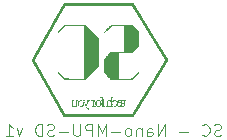
<source format=gbr>
%TF.GenerationSoftware,KiCad,Pcbnew,8.0.8*%
%TF.CreationDate,2025-01-20T00:36:11+01:00*%
%TF.ProjectId,NANO_MPU_SD,4e414e4f-5f4d-4505-955f-53442e6b6963,rev?*%
%TF.SameCoordinates,Original*%
%TF.FileFunction,Legend,Bot*%
%TF.FilePolarity,Positive*%
%FSLAX46Y46*%
G04 Gerber Fmt 4.6, Leading zero omitted, Abs format (unit mm)*
G04 Created by KiCad (PCBNEW 8.0.8) date 2025-01-20 00:36:11*
%MOMM*%
%LPD*%
G01*
G04 APERTURE LIST*
%ADD10C,0.100000*%
%ADD11C,0.000000*%
G04 APERTURE END LIST*
D10*
X75243734Y-108224800D02*
X75100877Y-108272419D01*
X75100877Y-108272419D02*
X74862782Y-108272419D01*
X74862782Y-108272419D02*
X74767544Y-108224800D01*
X74767544Y-108224800D02*
X74719925Y-108177180D01*
X74719925Y-108177180D02*
X74672306Y-108081942D01*
X74672306Y-108081942D02*
X74672306Y-107986704D01*
X74672306Y-107986704D02*
X74719925Y-107891466D01*
X74719925Y-107891466D02*
X74767544Y-107843847D01*
X74767544Y-107843847D02*
X74862782Y-107796228D01*
X74862782Y-107796228D02*
X75053258Y-107748609D01*
X75053258Y-107748609D02*
X75148496Y-107700990D01*
X75148496Y-107700990D02*
X75196115Y-107653371D01*
X75196115Y-107653371D02*
X75243734Y-107558133D01*
X75243734Y-107558133D02*
X75243734Y-107462895D01*
X75243734Y-107462895D02*
X75196115Y-107367657D01*
X75196115Y-107367657D02*
X75148496Y-107320038D01*
X75148496Y-107320038D02*
X75053258Y-107272419D01*
X75053258Y-107272419D02*
X74815163Y-107272419D01*
X74815163Y-107272419D02*
X74672306Y-107320038D01*
X73672306Y-108177180D02*
X73719925Y-108224800D01*
X73719925Y-108224800D02*
X73862782Y-108272419D01*
X73862782Y-108272419D02*
X73958020Y-108272419D01*
X73958020Y-108272419D02*
X74100877Y-108224800D01*
X74100877Y-108224800D02*
X74196115Y-108129561D01*
X74196115Y-108129561D02*
X74243734Y-108034323D01*
X74243734Y-108034323D02*
X74291353Y-107843847D01*
X74291353Y-107843847D02*
X74291353Y-107700990D01*
X74291353Y-107700990D02*
X74243734Y-107510514D01*
X74243734Y-107510514D02*
X74196115Y-107415276D01*
X74196115Y-107415276D02*
X74100877Y-107320038D01*
X74100877Y-107320038D02*
X73958020Y-107272419D01*
X73958020Y-107272419D02*
X73862782Y-107272419D01*
X73862782Y-107272419D02*
X73719925Y-107320038D01*
X73719925Y-107320038D02*
X73672306Y-107367657D01*
X72481829Y-107891466D02*
X71719925Y-107891466D01*
X70481829Y-108272419D02*
X70481829Y-107272419D01*
X70481829Y-107272419D02*
X69910401Y-108272419D01*
X69910401Y-108272419D02*
X69910401Y-107272419D01*
X69005639Y-108272419D02*
X69005639Y-107748609D01*
X69005639Y-107748609D02*
X69053258Y-107653371D01*
X69053258Y-107653371D02*
X69148496Y-107605752D01*
X69148496Y-107605752D02*
X69338972Y-107605752D01*
X69338972Y-107605752D02*
X69434210Y-107653371D01*
X69005639Y-108224800D02*
X69100877Y-108272419D01*
X69100877Y-108272419D02*
X69338972Y-108272419D01*
X69338972Y-108272419D02*
X69434210Y-108224800D01*
X69434210Y-108224800D02*
X69481829Y-108129561D01*
X69481829Y-108129561D02*
X69481829Y-108034323D01*
X69481829Y-108034323D02*
X69434210Y-107939085D01*
X69434210Y-107939085D02*
X69338972Y-107891466D01*
X69338972Y-107891466D02*
X69100877Y-107891466D01*
X69100877Y-107891466D02*
X69005639Y-107843847D01*
X68529448Y-107605752D02*
X68529448Y-108272419D01*
X68529448Y-107700990D02*
X68481829Y-107653371D01*
X68481829Y-107653371D02*
X68386591Y-107605752D01*
X68386591Y-107605752D02*
X68243734Y-107605752D01*
X68243734Y-107605752D02*
X68148496Y-107653371D01*
X68148496Y-107653371D02*
X68100877Y-107748609D01*
X68100877Y-107748609D02*
X68100877Y-108272419D01*
X67481829Y-108272419D02*
X67577067Y-108224800D01*
X67577067Y-108224800D02*
X67624686Y-108177180D01*
X67624686Y-108177180D02*
X67672305Y-108081942D01*
X67672305Y-108081942D02*
X67672305Y-107796228D01*
X67672305Y-107796228D02*
X67624686Y-107700990D01*
X67624686Y-107700990D02*
X67577067Y-107653371D01*
X67577067Y-107653371D02*
X67481829Y-107605752D01*
X67481829Y-107605752D02*
X67338972Y-107605752D01*
X67338972Y-107605752D02*
X67243734Y-107653371D01*
X67243734Y-107653371D02*
X67196115Y-107700990D01*
X67196115Y-107700990D02*
X67148496Y-107796228D01*
X67148496Y-107796228D02*
X67148496Y-108081942D01*
X67148496Y-108081942D02*
X67196115Y-108177180D01*
X67196115Y-108177180D02*
X67243734Y-108224800D01*
X67243734Y-108224800D02*
X67338972Y-108272419D01*
X67338972Y-108272419D02*
X67481829Y-108272419D01*
X66719924Y-107891466D02*
X65958020Y-107891466D01*
X65481829Y-108272419D02*
X65481829Y-107272419D01*
X65481829Y-107272419D02*
X65148496Y-107986704D01*
X65148496Y-107986704D02*
X64815163Y-107272419D01*
X64815163Y-107272419D02*
X64815163Y-108272419D01*
X64338972Y-108272419D02*
X64338972Y-107272419D01*
X64338972Y-107272419D02*
X63958020Y-107272419D01*
X63958020Y-107272419D02*
X63862782Y-107320038D01*
X63862782Y-107320038D02*
X63815163Y-107367657D01*
X63815163Y-107367657D02*
X63767544Y-107462895D01*
X63767544Y-107462895D02*
X63767544Y-107605752D01*
X63767544Y-107605752D02*
X63815163Y-107700990D01*
X63815163Y-107700990D02*
X63862782Y-107748609D01*
X63862782Y-107748609D02*
X63958020Y-107796228D01*
X63958020Y-107796228D02*
X64338972Y-107796228D01*
X63338972Y-107272419D02*
X63338972Y-108081942D01*
X63338972Y-108081942D02*
X63291353Y-108177180D01*
X63291353Y-108177180D02*
X63243734Y-108224800D01*
X63243734Y-108224800D02*
X63148496Y-108272419D01*
X63148496Y-108272419D02*
X62958020Y-108272419D01*
X62958020Y-108272419D02*
X62862782Y-108224800D01*
X62862782Y-108224800D02*
X62815163Y-108177180D01*
X62815163Y-108177180D02*
X62767544Y-108081942D01*
X62767544Y-108081942D02*
X62767544Y-107272419D01*
X62291353Y-107891466D02*
X61529449Y-107891466D01*
X61100877Y-108224800D02*
X60958020Y-108272419D01*
X60958020Y-108272419D02*
X60719925Y-108272419D01*
X60719925Y-108272419D02*
X60624687Y-108224800D01*
X60624687Y-108224800D02*
X60577068Y-108177180D01*
X60577068Y-108177180D02*
X60529449Y-108081942D01*
X60529449Y-108081942D02*
X60529449Y-107986704D01*
X60529449Y-107986704D02*
X60577068Y-107891466D01*
X60577068Y-107891466D02*
X60624687Y-107843847D01*
X60624687Y-107843847D02*
X60719925Y-107796228D01*
X60719925Y-107796228D02*
X60910401Y-107748609D01*
X60910401Y-107748609D02*
X61005639Y-107700990D01*
X61005639Y-107700990D02*
X61053258Y-107653371D01*
X61053258Y-107653371D02*
X61100877Y-107558133D01*
X61100877Y-107558133D02*
X61100877Y-107462895D01*
X61100877Y-107462895D02*
X61053258Y-107367657D01*
X61053258Y-107367657D02*
X61005639Y-107320038D01*
X61005639Y-107320038D02*
X60910401Y-107272419D01*
X60910401Y-107272419D02*
X60672306Y-107272419D01*
X60672306Y-107272419D02*
X60529449Y-107320038D01*
X60100877Y-108272419D02*
X60100877Y-107272419D01*
X60100877Y-107272419D02*
X59862782Y-107272419D01*
X59862782Y-107272419D02*
X59719925Y-107320038D01*
X59719925Y-107320038D02*
X59624687Y-107415276D01*
X59624687Y-107415276D02*
X59577068Y-107510514D01*
X59577068Y-107510514D02*
X59529449Y-107700990D01*
X59529449Y-107700990D02*
X59529449Y-107843847D01*
X59529449Y-107843847D02*
X59577068Y-108034323D01*
X59577068Y-108034323D02*
X59624687Y-108129561D01*
X59624687Y-108129561D02*
X59719925Y-108224800D01*
X59719925Y-108224800D02*
X59862782Y-108272419D01*
X59862782Y-108272419D02*
X60100877Y-108272419D01*
X58434210Y-107605752D02*
X58196115Y-108272419D01*
X58196115Y-108272419D02*
X57958020Y-107605752D01*
X57053258Y-108272419D02*
X57624686Y-108272419D01*
X57338972Y-108272419D02*
X57338972Y-107272419D01*
X57338972Y-107272419D02*
X57434210Y-107415276D01*
X57434210Y-107415276D02*
X57529448Y-107510514D01*
X57529448Y-107510514D02*
X57624686Y-107558133D01*
D11*
%TO.C,G\u002A\u002A\u002A*%
G36*
X70801388Y-101846607D02*
G01*
X70792305Y-101855624D01*
X70791916Y-101855647D01*
X70782658Y-101866068D01*
X70774583Y-101889723D01*
X70774569Y-101889787D01*
X70764689Y-101915591D01*
X70751468Y-101929818D01*
X70743078Y-101936350D01*
X70735842Y-101956857D01*
X70733922Y-101968643D01*
X70724726Y-101977899D01*
X70719612Y-101979780D01*
X70713610Y-101994573D01*
X70712356Y-102002244D01*
X70702494Y-102011247D01*
X70696033Y-102015416D01*
X70691378Y-102033479D01*
X70689550Y-102046389D01*
X70681611Y-102055711D01*
X70681039Y-102055764D01*
X70670214Y-102066138D01*
X70658030Y-102089059D01*
X70657237Y-102090937D01*
X70644966Y-102113226D01*
X70634450Y-102122407D01*
X70629873Y-102124404D01*
X70624682Y-102139430D01*
X70622796Y-102147995D01*
X70608008Y-102162851D01*
X70599863Y-102168407D01*
X70591334Y-102188196D01*
X70585438Y-102207344D01*
X70569103Y-102231006D01*
X70553934Y-102251357D01*
X70546871Y-102269912D01*
X70542071Y-102284826D01*
X70526856Y-102306503D01*
X70512734Y-102324229D01*
X70499415Y-102347505D01*
X70493610Y-102357967D01*
X70480524Y-102366958D01*
X70474301Y-102370204D01*
X70469059Y-102387094D01*
X70463198Y-102406972D01*
X70446827Y-102431093D01*
X70431562Y-102450787D01*
X70424595Y-102467002D01*
X70418489Y-102481827D01*
X70402363Y-102502911D01*
X70387179Y-102523162D01*
X70380131Y-102541352D01*
X70379333Y-102547068D01*
X70370222Y-102555930D01*
X70367456Y-102557039D01*
X70355454Y-102571588D01*
X70341564Y-102597615D01*
X70325856Y-102631824D01*
X70308819Y-102665734D01*
X70296958Y-102683916D01*
X70288567Y-102689322D01*
X70284708Y-102691150D01*
X70280087Y-102705901D01*
X70275374Y-102719023D01*
X70257855Y-102736365D01*
X70244415Y-102749659D01*
X70235623Y-102774176D01*
X70232601Y-102789438D01*
X70219998Y-102804099D01*
X70219968Y-102804110D01*
X70206747Y-102818375D01*
X70196882Y-102844194D01*
X70196611Y-102845393D01*
X70187365Y-102868670D01*
X70175835Y-102878293D01*
X70173467Y-102878803D01*
X70160609Y-102891968D01*
X70148147Y-102917372D01*
X70145394Y-102924515D01*
X70134443Y-102945522D01*
X70125989Y-102951490D01*
X70120582Y-102953691D01*
X70116149Y-102970605D01*
X70112721Y-102985715D01*
X70102449Y-102998644D01*
X70101448Y-102999074D01*
X70088901Y-103012812D01*
X70075472Y-103037714D01*
X70058458Y-103068855D01*
X70036843Y-103097369D01*
X70020471Y-103118700D01*
X70013304Y-103136958D01*
X70007289Y-103153677D01*
X69991072Y-103175864D01*
X69975972Y-103196660D01*
X69968840Y-103216866D01*
X69967510Y-103224969D01*
X69957724Y-103234004D01*
X69952610Y-103235885D01*
X69946608Y-103250678D01*
X69945354Y-103258349D01*
X69935492Y-103267352D01*
X69929031Y-103271521D01*
X69924376Y-103289584D01*
X69922183Y-103302511D01*
X69912693Y-103311816D01*
X69910448Y-103312393D01*
X69898043Y-103325581D01*
X69884754Y-103350722D01*
X69881786Y-103357431D01*
X69868484Y-103380366D01*
X69857531Y-103389628D01*
X69852487Y-103391508D01*
X69846564Y-103406302D01*
X69845552Y-103413943D01*
X69837523Y-103422976D01*
X69835772Y-103423537D01*
X69825255Y-103436708D01*
X69813216Y-103461882D01*
X69810502Y-103468468D01*
X69798409Y-103491487D01*
X69788910Y-103500788D01*
X69783662Y-103504944D01*
X69779868Y-103523020D01*
X69777784Y-103535941D01*
X69768752Y-103545252D01*
X69762292Y-103549420D01*
X69757636Y-103567484D01*
X69754542Y-103580448D01*
X69740962Y-103589715D01*
X69733186Y-103591652D01*
X69724289Y-103606389D01*
X69723277Y-103614031D01*
X69715247Y-103623063D01*
X69713497Y-103623625D01*
X69702979Y-103636796D01*
X69690941Y-103661969D01*
X69688226Y-103668555D01*
X69676133Y-103691574D01*
X69666634Y-103700875D01*
X69662491Y-103702741D01*
X69657593Y-103717549D01*
X69656581Y-103725190D01*
X69648551Y-103734223D01*
X69646801Y-103734785D01*
X69636283Y-103747956D01*
X69624245Y-103773129D01*
X69621559Y-103779514D01*
X69607963Y-103802670D01*
X69595617Y-103812035D01*
X69594056Y-103812279D01*
X69583326Y-103824620D01*
X69575158Y-103849868D01*
X69574504Y-103853065D01*
X69564675Y-103879647D01*
X69551689Y-103893983D01*
X69544297Y-103898665D01*
X69535317Y-103917288D01*
X69534006Y-103925283D01*
X69524201Y-103934311D01*
X69519087Y-103936192D01*
X69513085Y-103950985D01*
X69511831Y-103958655D01*
X69501969Y-103967659D01*
X69496713Y-103969709D01*
X69490853Y-103984797D01*
X69484355Y-104003488D01*
X69467554Y-104026482D01*
X69458725Y-104036767D01*
X69439508Y-104065749D01*
X69425946Y-104094628D01*
X69422362Y-104114945D01*
X69422476Y-104116939D01*
X69413319Y-104123282D01*
X69408903Y-104125611D01*
X69395808Y-104142558D01*
X69380938Y-104170525D01*
X69375639Y-104181538D01*
X69355285Y-104217487D01*
X69335393Y-104245406D01*
X69317219Y-104272613D01*
X69305501Y-104302494D01*
X69295486Y-104324713D01*
X69272956Y-104346209D01*
X69256524Y-104359494D01*
X69246302Y-104386386D01*
X69243754Y-104402845D01*
X69235186Y-104412298D01*
X69230072Y-104414179D01*
X69224070Y-104428971D01*
X69223058Y-104436613D01*
X69215028Y-104445645D01*
X69213278Y-104446207D01*
X69202760Y-104459378D01*
X69190722Y-104484551D01*
X69188007Y-104491137D01*
X69175914Y-104514156D01*
X69166415Y-104523457D01*
X69162272Y-104525323D01*
X69157374Y-104540131D01*
X69155613Y-104547877D01*
X69142089Y-104556805D01*
X69129470Y-104566200D01*
X69120331Y-104589174D01*
X69120135Y-104590110D01*
X69107127Y-104620909D01*
X69085594Y-104649807D01*
X69082327Y-104653152D01*
X69064571Y-104674755D01*
X69057330Y-104689842D01*
X69056862Y-104693787D01*
X69048633Y-104715861D01*
X69034837Y-104740905D01*
X69021634Y-104757282D01*
X69020281Y-104758592D01*
X69010058Y-104775068D01*
X68997475Y-104801746D01*
X68996024Y-104805048D01*
X68978108Y-104835276D01*
X68958138Y-104856611D01*
X68943318Y-104870482D01*
X68935054Y-104887331D01*
X68929073Y-104910217D01*
X68910353Y-104942580D01*
X68883692Y-104973534D01*
X68866737Y-104995161D01*
X68853107Y-105025678D01*
X68845131Y-105048368D01*
X68831532Y-105070142D01*
X68830718Y-105070991D01*
X68816020Y-105092036D01*
X68801045Y-105120941D01*
X68798953Y-105125533D01*
X68786304Y-105147946D01*
X68776717Y-105157068D01*
X68772718Y-105159170D01*
X68768315Y-105174398D01*
X68767047Y-105182411D01*
X68759218Y-105186106D01*
X68756863Y-105185875D01*
X68746670Y-105197023D01*
X68735381Y-105221576D01*
X68733998Y-105225248D01*
X68716086Y-105259681D01*
X68694456Y-105287150D01*
X68694186Y-105287403D01*
X68675874Y-105309634D01*
X68668271Y-105328835D01*
X68667189Y-105336972D01*
X68659230Y-105346039D01*
X68657479Y-105346601D01*
X68646962Y-105359772D01*
X68634923Y-105384945D01*
X68632209Y-105391531D01*
X68620116Y-105414550D01*
X68610616Y-105423851D01*
X68605369Y-105428007D01*
X68601575Y-105446083D01*
X68599491Y-105459005D01*
X68590459Y-105468315D01*
X68585238Y-105470323D01*
X68579343Y-105485338D01*
X68577762Y-105493377D01*
X68563687Y-105508369D01*
X68548708Y-105522122D01*
X68534548Y-105546926D01*
X68534047Y-105548120D01*
X68521875Y-105570305D01*
X68511299Y-105579475D01*
X68506817Y-105581346D01*
X68501531Y-105596149D01*
X68500277Y-105603819D01*
X68490415Y-105612823D01*
X68485255Y-105614758D01*
X68479299Y-105629647D01*
X68475924Y-105646820D01*
X68459242Y-105680686D01*
X68432057Y-105717175D01*
X68419458Y-105735102D01*
X68412604Y-105754333D01*
X68406128Y-105771633D01*
X68389505Y-105793922D01*
X68368921Y-105821544D01*
X68351166Y-105854595D01*
X68349291Y-105858847D01*
X68335916Y-105881492D01*
X68324243Y-105890722D01*
X68317450Y-105894895D01*
X68312560Y-105912954D01*
X68310367Y-105925881D01*
X68300877Y-105935186D01*
X68298632Y-105935763D01*
X68286227Y-105948951D01*
X68272938Y-105974092D01*
X68269963Y-105980844D01*
X68256971Y-106003749D01*
X68246598Y-106012998D01*
X68246213Y-106013022D01*
X68237058Y-106023443D01*
X68229025Y-106047097D01*
X68229011Y-106047161D01*
X68219131Y-106072966D01*
X68205910Y-106087192D01*
X68199203Y-106091274D01*
X68190284Y-106108673D01*
X68189434Y-106115209D01*
X68181243Y-106124157D01*
X68179492Y-106124719D01*
X68168975Y-106137890D01*
X68156936Y-106163063D01*
X68154222Y-106169649D01*
X68142129Y-106192668D01*
X68132630Y-106201969D01*
X68128968Y-106203260D01*
X68123588Y-106216942D01*
X68117329Y-106234548D01*
X68101356Y-106257549D01*
X68085914Y-106279425D01*
X68079124Y-106297604D01*
X68077755Y-106304530D01*
X68064577Y-106320914D01*
X68063507Y-106321635D01*
X68049329Y-106338876D01*
X68035438Y-106365930D01*
X68033675Y-106370131D01*
X68021323Y-106392810D01*
X68011080Y-106402057D01*
X68006472Y-106404097D01*
X68001313Y-106419196D01*
X67995361Y-106437224D01*
X67979081Y-106460198D01*
X67963859Y-106480189D01*
X67956849Y-106497449D01*
X67955307Y-106503822D01*
X67941223Y-106516834D01*
X67941193Y-106516846D01*
X67927973Y-106531111D01*
X67918108Y-106556929D01*
X67917846Y-106558079D01*
X67907919Y-106581389D01*
X67894828Y-106591028D01*
X67885492Y-106595450D01*
X67879037Y-106613729D01*
X67876957Y-106628003D01*
X67865142Y-106652213D01*
X67862034Y-106653680D01*
X67853850Y-106655221D01*
X67839976Y-106656653D01*
X67819661Y-106657977D01*
X67792153Y-106659199D01*
X67756699Y-106660323D01*
X67712549Y-106661352D01*
X67658951Y-106662292D01*
X67595151Y-106663145D01*
X67520398Y-106663916D01*
X67433941Y-106664610D01*
X67335027Y-106665230D01*
X67222905Y-106665780D01*
X67096822Y-106666265D01*
X66956027Y-106666688D01*
X66799767Y-106667055D01*
X66627291Y-106667368D01*
X66437846Y-106667632D01*
X66230681Y-106667851D01*
X66005044Y-106668029D01*
X65760183Y-106668171D01*
X65495346Y-106668280D01*
X65209780Y-106668361D01*
X64902735Y-106668417D01*
X64881123Y-106668420D01*
X64580033Y-106668462D01*
X64300325Y-106668493D01*
X64041207Y-106668508D01*
X63801883Y-106668502D01*
X63581561Y-106668467D01*
X63379444Y-106668399D01*
X63194741Y-106668292D01*
X63026656Y-106668139D01*
X62874396Y-106667935D01*
X62737166Y-106667674D01*
X62614172Y-106667351D01*
X62504621Y-106666959D01*
X62407718Y-106666493D01*
X62322669Y-106665946D01*
X62248681Y-106665314D01*
X62184958Y-106664589D01*
X62130707Y-106663767D01*
X62085134Y-106662841D01*
X62047445Y-106661806D01*
X62016845Y-106660656D01*
X61992542Y-106659385D01*
X61973739Y-106657987D01*
X61959645Y-106656456D01*
X61949463Y-106654787D01*
X61942401Y-106652973D01*
X61937665Y-106651010D01*
X61934459Y-106648890D01*
X61931991Y-106646608D01*
X61917264Y-106626568D01*
X61909759Y-106603334D01*
X61907144Y-106591052D01*
X61893085Y-106575893D01*
X61885404Y-106571019D01*
X61876411Y-106552471D01*
X61875353Y-106544504D01*
X61867370Y-106535449D01*
X61865619Y-106534887D01*
X61855102Y-106521716D01*
X61843063Y-106496543D01*
X61840349Y-106489957D01*
X61828256Y-106466938D01*
X61818756Y-106457637D01*
X61812814Y-106450747D01*
X61809715Y-106429847D01*
X61806417Y-106411741D01*
X61793545Y-106402057D01*
X61792794Y-106402026D01*
X61779501Y-106390802D01*
X61770076Y-106363151D01*
X61768991Y-106357861D01*
X61761203Y-106333958D01*
X61752808Y-106324245D01*
X61749591Y-106322701D01*
X61738030Y-106306984D01*
X61725048Y-106279781D01*
X61720063Y-106268182D01*
X61707153Y-106244670D01*
X61697349Y-106235317D01*
X61692801Y-106233445D01*
X61687440Y-106218643D01*
X61686511Y-106211010D01*
X61679103Y-106201883D01*
X61670528Y-106194562D01*
X61658243Y-106174236D01*
X61647548Y-106149770D01*
X61642976Y-106130165D01*
X61642735Y-106128356D01*
X61633553Y-106111172D01*
X61615186Y-106088402D01*
X61611803Y-106084642D01*
X61594460Y-106060995D01*
X61587396Y-106043369D01*
X61581381Y-106026636D01*
X61565164Y-106004443D01*
X61550247Y-105982527D01*
X61542932Y-105957883D01*
X61540785Y-105944516D01*
X61531816Y-105935186D01*
X61525355Y-105931017D01*
X61520700Y-105912954D01*
X61518615Y-105900032D01*
X61509584Y-105890722D01*
X61504868Y-105889250D01*
X61498468Y-105875237D01*
X61496946Y-105868007D01*
X61482842Y-105853757D01*
X61482518Y-105853625D01*
X61469400Y-105839005D01*
X61459562Y-105812910D01*
X61459401Y-105812190D01*
X61449407Y-105786259D01*
X61436282Y-105772064D01*
X61429575Y-105767982D01*
X61420656Y-105750583D01*
X61419600Y-105744013D01*
X61409540Y-105735098D01*
X61403079Y-105730930D01*
X61398424Y-105712866D01*
X61396340Y-105699945D01*
X61387308Y-105690634D01*
X61380762Y-105686252D01*
X61376192Y-105667938D01*
X61370409Y-105646501D01*
X61353960Y-105621378D01*
X61338792Y-105601026D01*
X61331728Y-105582468D01*
X61331604Y-105579285D01*
X61327747Y-105566439D01*
X61315800Y-105548805D01*
X61292139Y-105520730D01*
X61291344Y-105519783D01*
X61278532Y-105499505D01*
X61264415Y-105471094D01*
X61262322Y-105466502D01*
X61249674Y-105444089D01*
X61240087Y-105434967D01*
X61235212Y-105430814D01*
X61231685Y-105412735D01*
X61229830Y-105399824D01*
X61221776Y-105390503D01*
X61218573Y-105388959D01*
X61207044Y-105373241D01*
X61194076Y-105346039D01*
X61189072Y-105334497D01*
X61175689Y-105310946D01*
X61165079Y-105301575D01*
X61159746Y-105299483D01*
X61153873Y-105284325D01*
X61150955Y-105271640D01*
X61139919Y-105244071D01*
X61124478Y-105212076D01*
X61108737Y-105184007D01*
X61096801Y-105168215D01*
X61092225Y-105162041D01*
X61079932Y-105140029D01*
X61064538Y-105108826D01*
X61054057Y-105088359D01*
X61037249Y-105062000D01*
X61024345Y-105049278D01*
X61016293Y-105042866D01*
X61009365Y-105022487D01*
X61003752Y-105002934D01*
X60987133Y-104979212D01*
X60972004Y-104961689D01*
X60964901Y-104948080D01*
X60961161Y-104932452D01*
X60950740Y-104909021D01*
X60938350Y-104888250D01*
X60928774Y-104879255D01*
X60924963Y-104877359D01*
X60920437Y-104862494D01*
X60919509Y-104854861D01*
X60912100Y-104845734D01*
X60902545Y-104837863D01*
X60890363Y-104816252D01*
X60880216Y-104789375D01*
X60875973Y-104765793D01*
X60873273Y-104754905D01*
X60859299Y-104745777D01*
X60851523Y-104743840D01*
X60842625Y-104729103D01*
X60841371Y-104721432D01*
X60831510Y-104712429D01*
X60827182Y-104711281D01*
X60820394Y-104697971D01*
X60816788Y-104679714D01*
X60806724Y-104654500D01*
X60794447Y-104632834D01*
X60784267Y-104623588D01*
X60779432Y-104619390D01*
X60775930Y-104601269D01*
X60773845Y-104588347D01*
X60764814Y-104579037D01*
X60759552Y-104576980D01*
X60753698Y-104561878D01*
X60753512Y-104559695D01*
X60744433Y-104539123D01*
X60725908Y-104514749D01*
X60722723Y-104511199D01*
X60705246Y-104486647D01*
X60698118Y-104467308D01*
X60692177Y-104449073D01*
X60675886Y-104425974D01*
X60660786Y-104405178D01*
X60653654Y-104384972D01*
X60647924Y-104367789D01*
X60631422Y-104345602D01*
X60616695Y-104325562D01*
X60609190Y-104302327D01*
X60606730Y-104290084D01*
X60593564Y-104275288D01*
X60580557Y-104261596D01*
X60570653Y-104236122D01*
X60560988Y-104211195D01*
X60547373Y-104196814D01*
X60540341Y-104192371D01*
X60531378Y-104173653D01*
X60530407Y-104165693D01*
X60523041Y-104156543D01*
X60514147Y-104149064D01*
X60501890Y-104128320D01*
X60491376Y-104103062D01*
X60486914Y-104082160D01*
X60486032Y-104076531D01*
X60475798Y-104067702D01*
X60471082Y-104066231D01*
X60464682Y-104052218D01*
X60462782Y-104044331D01*
X60448008Y-104030335D01*
X60438710Y-104022978D01*
X60431334Y-104001788D01*
X60426713Y-103983421D01*
X60410669Y-103959755D01*
X60396089Y-103940602D01*
X60382863Y-103910077D01*
X60374433Y-103887177D01*
X60359064Y-103863628D01*
X60349795Y-103851385D01*
X60342407Y-103829503D01*
X60341179Y-103821108D01*
X60332498Y-103812035D01*
X60329915Y-103811020D01*
X60318519Y-103796534D01*
X60305693Y-103770350D01*
X60303617Y-103765440D01*
X60285407Y-103731196D01*
X60265580Y-103704119D01*
X60249548Y-103682398D01*
X60242363Y-103662434D01*
X60241033Y-103654331D01*
X60231247Y-103645295D01*
X60224701Y-103640913D01*
X60220131Y-103622599D01*
X60214348Y-103601162D01*
X60197899Y-103576039D01*
X60182897Y-103554628D01*
X60175667Y-103532040D01*
X60173877Y-103521115D01*
X60164551Y-103511904D01*
X60159835Y-103510432D01*
X60153435Y-103496419D01*
X60151913Y-103489189D01*
X60137809Y-103474938D01*
X60137485Y-103474807D01*
X60124367Y-103460187D01*
X60114529Y-103434092D01*
X60114368Y-103433372D01*
X60104374Y-103407440D01*
X60091249Y-103393246D01*
X60082859Y-103386713D01*
X60075623Y-103366207D01*
X60073703Y-103354420D01*
X60064507Y-103345164D01*
X60059394Y-103343283D01*
X60053391Y-103328490D01*
X60052137Y-103320820D01*
X60042275Y-103311816D01*
X60035815Y-103307647D01*
X60031159Y-103289584D01*
X60029604Y-103276676D01*
X60022822Y-103267265D01*
X60013850Y-103259744D01*
X60001600Y-103238897D01*
X59991131Y-103213446D01*
X59986696Y-103192226D01*
X59985609Y-103186045D01*
X59976765Y-103183250D01*
X59968237Y-103180093D01*
X59959880Y-103161674D01*
X59952564Y-103143391D01*
X59942020Y-103133961D01*
X59937777Y-103132815D01*
X59931116Y-103119503D01*
X59927510Y-103101246D01*
X59917446Y-103076031D01*
X59905169Y-103054366D01*
X59894989Y-103045119D01*
X59891480Y-103043636D01*
X59886652Y-103029548D01*
X59884751Y-103021661D01*
X59869978Y-103007665D01*
X59861027Y-103000913D01*
X59853304Y-102980185D01*
X59847275Y-102957931D01*
X59831761Y-102931716D01*
X59815471Y-102905694D01*
X59802541Y-102873739D01*
X59793319Y-102851518D01*
X59779620Y-102837300D01*
X59771429Y-102830839D01*
X59764376Y-102810408D01*
X59762915Y-102798645D01*
X59755882Y-102789365D01*
X59753462Y-102788264D01*
X59742396Y-102773720D01*
X59729096Y-102747680D01*
X59726676Y-102742380D01*
X59707641Y-102708332D01*
X59687568Y-102681449D01*
X59671351Y-102660968D01*
X59664332Y-102645172D01*
X59663809Y-102641172D01*
X59655781Y-102619680D01*
X59642585Y-102594844D01*
X59630094Y-102578162D01*
X59629318Y-102577365D01*
X59620127Y-102562117D01*
X59607927Y-102536477D01*
X59605885Y-102531936D01*
X59593353Y-102509488D01*
X59583807Y-102500350D01*
X59579778Y-102498196D01*
X59575404Y-102482882D01*
X59572300Y-102469804D01*
X59558185Y-102448194D01*
X59545388Y-102429261D01*
X59534705Y-102399677D01*
X59526289Y-102376772D01*
X59513019Y-102362460D01*
X59506280Y-102358153D01*
X59497593Y-102339517D01*
X59496611Y-102331558D01*
X59489190Y-102322494D01*
X59488010Y-102322208D01*
X59477616Y-102310319D01*
X59465070Y-102286368D01*
X59463360Y-102282491D01*
X59451296Y-102257767D01*
X59442903Y-102244683D01*
X59441815Y-102243687D01*
X59427375Y-102223130D01*
X59414337Y-102195241D01*
X59408665Y-102172580D01*
X59407386Y-102164769D01*
X59397549Y-102155755D01*
X59392613Y-102154068D01*
X59386433Y-102139633D01*
X59384922Y-102131736D01*
X59371331Y-102114622D01*
X59368611Y-102112545D01*
X59355075Y-102093178D01*
X59342679Y-102064048D01*
X59339708Y-102055567D01*
X59328471Y-102031879D01*
X59318875Y-102022363D01*
X59314166Y-102020489D01*
X59308621Y-102005689D01*
X59302877Y-101988791D01*
X59286389Y-101966783D01*
X59271516Y-101947602D01*
X59264157Y-101927877D01*
X59262941Y-101920212D01*
X59253359Y-101911203D01*
X59249372Y-101910034D01*
X59238843Y-101894602D01*
X59231733Y-101867334D01*
X59230127Y-101844508D01*
X59497593Y-101844508D01*
X59497673Y-101851014D01*
X59501921Y-101879746D01*
X59513030Y-101888971D01*
X59514332Y-101889090D01*
X59526664Y-101900861D01*
X59535564Y-101926804D01*
X59536217Y-101930002D01*
X59546046Y-101956584D01*
X59559033Y-101970919D01*
X59566417Y-101975645D01*
X59575404Y-101994689D01*
X59581345Y-102012935D01*
X59597636Y-102036040D01*
X59612454Y-102058524D01*
X59619868Y-102085597D01*
X59622356Y-102101845D01*
X59630835Y-102111291D01*
X59632373Y-102111587D01*
X59644643Y-102123495D01*
X59658402Y-102147418D01*
X59676268Y-102183120D01*
X59695165Y-102215066D01*
X59709687Y-102233567D01*
X59710462Y-102234363D01*
X59719654Y-102249612D01*
X59731853Y-102275252D01*
X59733895Y-102279792D01*
X59746427Y-102302241D01*
X59755974Y-102311378D01*
X59759468Y-102312774D01*
X59764376Y-102326691D01*
X59766613Y-102336342D01*
X59780335Y-102355249D01*
X59792801Y-102372274D01*
X59803247Y-102400146D01*
X59812102Y-102423412D01*
X59825145Y-102437532D01*
X59825202Y-102437554D01*
X59837929Y-102451650D01*
X59847581Y-102477367D01*
X59847842Y-102478517D01*
X59857769Y-102501827D01*
X59870861Y-102511466D01*
X59879900Y-102515376D01*
X59886652Y-102533042D01*
X59888430Y-102545809D01*
X59897768Y-102561488D01*
X59903779Y-102568654D01*
X59908884Y-102589934D01*
X59910879Y-102602229D01*
X59920000Y-102611510D01*
X59926461Y-102615679D01*
X59931116Y-102633742D01*
X59932953Y-102646652D01*
X59940935Y-102655974D01*
X59948090Y-102660716D01*
X59956861Y-102679324D01*
X59963285Y-102692294D01*
X59974831Y-102695342D01*
X59980321Y-102693676D01*
X59986696Y-102703123D01*
X59990290Y-102721704D01*
X60000315Y-102747124D01*
X60012577Y-102768890D01*
X60022822Y-102778163D01*
X60027561Y-102782062D01*
X60031159Y-102799825D01*
X60032937Y-102812593D01*
X60042275Y-102828271D01*
X60046805Y-102832512D01*
X60053391Y-102851644D01*
X60053621Y-102853983D01*
X60062964Y-102874133D01*
X60081754Y-102898231D01*
X60083441Y-102900063D01*
X60104392Y-102929946D01*
X60116682Y-102959839D01*
X60124799Y-102982843D01*
X60136449Y-102996429D01*
X60138386Y-102997476D01*
X60151495Y-103013332D01*
X60164733Y-103039938D01*
X60167274Y-103046114D01*
X60179332Y-103069085D01*
X60188858Y-103078381D01*
X60194106Y-103082537D01*
X60197899Y-103100613D01*
X60199589Y-103113517D01*
X60206940Y-103122845D01*
X60208691Y-103123406D01*
X60219208Y-103136577D01*
X60231247Y-103161750D01*
X60233962Y-103168336D01*
X60246054Y-103191355D01*
X60255554Y-103200656D01*
X60259785Y-103202649D01*
X60264595Y-103217679D01*
X60266155Y-103225714D01*
X60280021Y-103240622D01*
X60292211Y-103253081D01*
X60301708Y-103277839D01*
X60310022Y-103302529D01*
X60325187Y-103326356D01*
X60335019Y-103339338D01*
X60342407Y-103361044D01*
X60343616Y-103369437D01*
X60352174Y-103378512D01*
X60353409Y-103378757D01*
X60364310Y-103390566D01*
X60376532Y-103414639D01*
X60377681Y-103417412D01*
X60391443Y-103443665D01*
X60404404Y-103458946D01*
X60405489Y-103459722D01*
X60416417Y-103477126D01*
X60424812Y-103505116D01*
X60425496Y-103508454D01*
X60435343Y-103535058D01*
X60448311Y-103549387D01*
X60455703Y-103554069D01*
X60464682Y-103572693D01*
X60465993Y-103580688D01*
X60475798Y-103589715D01*
X60481829Y-103592959D01*
X60486914Y-103609851D01*
X60492775Y-103629729D01*
X60509146Y-103653850D01*
X60524470Y-103673131D01*
X60531378Y-103687933D01*
X60534065Y-103695710D01*
X60548052Y-103711991D01*
X60556739Y-103721968D01*
X60564726Y-103744604D01*
X60570628Y-103763646D01*
X60586958Y-103787242D01*
X60602309Y-103806325D01*
X60609190Y-103820470D01*
X60612916Y-103836310D01*
X60623305Y-103859892D01*
X60635687Y-103880742D01*
X60645317Y-103889760D01*
X60649237Y-103891827D01*
X60653654Y-103906986D01*
X60659605Y-103925014D01*
X60675886Y-103947987D01*
X60691044Y-103968409D01*
X60698118Y-103987223D01*
X60699999Y-103997020D01*
X60712013Y-104018089D01*
X60717298Y-104024097D01*
X60747588Y-104063809D01*
X60768273Y-104100323D01*
X60775930Y-104127763D01*
X60776659Y-104134571D01*
X60784267Y-104147367D01*
X60790042Y-104153682D01*
X60803648Y-104175455D01*
X60820238Y-104206652D01*
X60832181Y-104229202D01*
X60849035Y-104256526D01*
X60861055Y-104270635D01*
X60872482Y-104286408D01*
X60881711Y-104313071D01*
X60881752Y-104313259D01*
X60891063Y-104338726D01*
X60902918Y-104352374D01*
X60904905Y-104353433D01*
X60918349Y-104369406D01*
X60931735Y-104396086D01*
X60934276Y-104402263D01*
X60946334Y-104425234D01*
X60955860Y-104434529D01*
X60961108Y-104438686D01*
X60964901Y-104456761D01*
X60966756Y-104469673D01*
X60974812Y-104478993D01*
X60982600Y-104484908D01*
X60991183Y-104504733D01*
X61001415Y-104528827D01*
X61020178Y-104556456D01*
X61035906Y-104578865D01*
X61042713Y-104597412D01*
X61043683Y-104603512D01*
X61053829Y-104612385D01*
X61058157Y-104613532D01*
X61064945Y-104626843D01*
X61068551Y-104645100D01*
X61078615Y-104670314D01*
X61090891Y-104691980D01*
X61101072Y-104701226D01*
X61104581Y-104702710D01*
X61109409Y-104716798D01*
X61110931Y-104724027D01*
X61125035Y-104738278D01*
X61125064Y-104738290D01*
X61138285Y-104752555D01*
X61148150Y-104778374D01*
X61148451Y-104779717D01*
X61155824Y-104802923D01*
X61163093Y-104812559D01*
X61171938Y-104820607D01*
X61183809Y-104841647D01*
X61194006Y-104866839D01*
X61198337Y-104887291D01*
X61200244Y-104894879D01*
X61215011Y-104908497D01*
X61222718Y-104913219D01*
X61231685Y-104930380D01*
X61232464Y-104936905D01*
X61240022Y-104945951D01*
X61248345Y-104953161D01*
X61260648Y-104973158D01*
X61271487Y-104996990D01*
X61276148Y-105015570D01*
X61278195Y-105022900D01*
X61290043Y-105040758D01*
X61292932Y-105043987D01*
X61316756Y-105071913D01*
X61328553Y-105089608D01*
X61331728Y-105102082D01*
X61331731Y-105102308D01*
X61337865Y-105119927D01*
X61352214Y-105144236D01*
X61370834Y-105174916D01*
X61388276Y-105209869D01*
X61390284Y-105214374D01*
X61402736Y-105236846D01*
X61412254Y-105245996D01*
X61416950Y-105249614D01*
X61420656Y-105267038D01*
X61423116Y-105279281D01*
X61436282Y-105294077D01*
X61436311Y-105294088D01*
X61449532Y-105308353D01*
X61459397Y-105334172D01*
X61459687Y-105335459D01*
X61467849Y-105358677D01*
X61476907Y-105368271D01*
X61485283Y-105375251D01*
X61493903Y-105396061D01*
X61500337Y-105414464D01*
X61508075Y-105423851D01*
X61509121Y-105424146D01*
X61518764Y-105436051D01*
X61530991Y-105459978D01*
X61532700Y-105463855D01*
X61544765Y-105488579D01*
X61553157Y-105501663D01*
X61553916Y-105502345D01*
X61568527Y-105522900D01*
X61581681Y-105551165D01*
X61587396Y-105574422D01*
X61589018Y-105582485D01*
X61598512Y-105585033D01*
X61605349Y-105585680D01*
X61609628Y-105601051D01*
X61611817Y-105614601D01*
X61620834Y-105623939D01*
X61624354Y-105625468D01*
X61636576Y-105641178D01*
X61649831Y-105668403D01*
X61654816Y-105680002D01*
X61667726Y-105703513D01*
X61677530Y-105712866D01*
X61682078Y-105714738D01*
X61687440Y-105729540D01*
X61688694Y-105737211D01*
X61698555Y-105746214D01*
X61703716Y-105748150D01*
X61709671Y-105763039D01*
X61713941Y-105782388D01*
X61729143Y-105813721D01*
X61750448Y-105842935D01*
X61761131Y-105861182D01*
X61770580Y-105889679D01*
X61780017Y-105913939D01*
X61793721Y-105928350D01*
X61800753Y-105932793D01*
X61809715Y-105951511D01*
X61811026Y-105959506D01*
X61820831Y-105968534D01*
X61827292Y-105972703D01*
X61831947Y-105990766D01*
X61834032Y-106003688D01*
X61843063Y-106012998D01*
X61848177Y-106014879D01*
X61854179Y-106029672D01*
X61855433Y-106037342D01*
X61865295Y-106046346D01*
X61870714Y-106048606D01*
X61876411Y-106064045D01*
X61876411Y-106064055D01*
X61882946Y-106084856D01*
X61898643Y-106110008D01*
X61914246Y-106135944D01*
X61920875Y-106159353D01*
X61923217Y-106171606D01*
X61935656Y-106186107D01*
X61937734Y-106187189D01*
X61951843Y-106203395D01*
X61965520Y-106230222D01*
X61968061Y-106236398D01*
X61980120Y-106259370D01*
X61989646Y-106268665D01*
X61994702Y-106272288D01*
X61998687Y-106289708D01*
X62001090Y-106301937D01*
X62013930Y-106316600D01*
X62025736Y-106327586D01*
X62036417Y-106351307D01*
X62044769Y-106373492D01*
X62062550Y-106402227D01*
X62063380Y-106403171D01*
X62065812Y-106405415D01*
X62069398Y-106407495D01*
X62074949Y-106409415D01*
X62083275Y-106411184D01*
X62095186Y-106412806D01*
X62111495Y-106414289D01*
X62133011Y-106415638D01*
X62160545Y-106416860D01*
X62194908Y-106417961D01*
X62236910Y-106418947D01*
X62287362Y-106419826D01*
X62347076Y-106420602D01*
X62416860Y-106421283D01*
X62497527Y-106421874D01*
X62589887Y-106422382D01*
X62694751Y-106422814D01*
X62812929Y-106423175D01*
X62945232Y-106423471D01*
X63092471Y-106423710D01*
X63255456Y-106423897D01*
X63434998Y-106424039D01*
X63631908Y-106424141D01*
X63846996Y-106424211D01*
X64081074Y-106424255D01*
X64334951Y-106424278D01*
X64609439Y-106424287D01*
X64905348Y-106424289D01*
X67729257Y-106424289D01*
X67742033Y-106399278D01*
X67742284Y-106398787D01*
X67756265Y-106370610D01*
X67771892Y-106338140D01*
X67774213Y-106333440D01*
X67788634Y-106311100D01*
X67800658Y-106302013D01*
X67806039Y-106300127D01*
X67812341Y-106285339D01*
X67813595Y-106277669D01*
X67823457Y-106268665D01*
X67829488Y-106265422D01*
X67834573Y-106248529D01*
X67839084Y-106230535D01*
X67854026Y-106206238D01*
X67864130Y-106194268D01*
X67891600Y-106155525D01*
X67920070Y-106104705D01*
X67922891Y-106099432D01*
X67937253Y-106077482D01*
X67947792Y-106068578D01*
X67952696Y-106065348D01*
X67956849Y-106048442D01*
X67962709Y-106028564D01*
X67979081Y-106004443D01*
X67994220Y-105983897D01*
X68001313Y-105964630D01*
X68003209Y-105956538D01*
X68017987Y-105942282D01*
X68025681Y-105937486D01*
X68034661Y-105919655D01*
X68037158Y-105908439D01*
X68050508Y-105887578D01*
X68052121Y-105885874D01*
X68068116Y-105863559D01*
X68084473Y-105833983D01*
X68104234Y-105793649D01*
X68119612Y-105765034D01*
X68129967Y-105750354D01*
X68137340Y-105746214D01*
X68141223Y-105744352D01*
X68145820Y-105729540D01*
X68147074Y-105721870D01*
X68156936Y-105712866D01*
X68162050Y-105710985D01*
X68168052Y-105696192D01*
X68169306Y-105688522D01*
X68179168Y-105679519D01*
X68185629Y-105675350D01*
X68190284Y-105657287D01*
X68192269Y-105644370D01*
X68200879Y-105635055D01*
X68203174Y-105634374D01*
X68215630Y-105621076D01*
X68229935Y-105596149D01*
X68233566Y-105588865D01*
X68247631Y-105566323D01*
X68258247Y-105557243D01*
X68263584Y-105554008D01*
X68268096Y-105537107D01*
X68273957Y-105517229D01*
X68290328Y-105493108D01*
X68305608Y-105473519D01*
X68312560Y-105457664D01*
X68318457Y-105443931D01*
X68334792Y-105423851D01*
X68349647Y-105404563D01*
X68357024Y-105384414D01*
X68357070Y-105383372D01*
X68365730Y-105363868D01*
X68384814Y-105341455D01*
X68386346Y-105340008D01*
X68404942Y-105317124D01*
X68412604Y-105297522D01*
X68414098Y-105288445D01*
X68423720Y-105279343D01*
X68428833Y-105277462D01*
X68434836Y-105262670D01*
X68436090Y-105254999D01*
X68445952Y-105245996D01*
X68452412Y-105241827D01*
X68457068Y-105223764D01*
X68459152Y-105210842D01*
X68468183Y-105201532D01*
X68472741Y-105200200D01*
X68479299Y-105186481D01*
X68479497Y-105184472D01*
X68488571Y-105165264D01*
X68506996Y-105141545D01*
X68508500Y-105139892D01*
X68529254Y-105111112D01*
X68541774Y-105083444D01*
X68550045Y-105063716D01*
X68564100Y-105049379D01*
X68570443Y-105045532D01*
X68579343Y-105028045D01*
X68580193Y-105021508D01*
X68588384Y-105012560D01*
X68590135Y-105011999D01*
X68600652Y-104998827D01*
X68612691Y-104973654D01*
X68615413Y-104967010D01*
X68627084Y-104944031D01*
X68635791Y-104934748D01*
X68638479Y-104933179D01*
X68648904Y-104917449D01*
X68661416Y-104890284D01*
X68666420Y-104878742D01*
X68679802Y-104855191D01*
X68690413Y-104845820D01*
X68695569Y-104843939D01*
X68701619Y-104829147D01*
X68702631Y-104821505D01*
X68710660Y-104812473D01*
X68712411Y-104811911D01*
X68722928Y-104798740D01*
X68734967Y-104773567D01*
X68737681Y-104766981D01*
X68749774Y-104743962D01*
X68759274Y-104734661D01*
X68763417Y-104732795D01*
X68768315Y-104717987D01*
X68769427Y-104710334D01*
X68778224Y-104701313D01*
X68781427Y-104699768D01*
X68792955Y-104684050D01*
X68805924Y-104656849D01*
X68810915Y-104645268D01*
X68823976Y-104621744D01*
X68834037Y-104612385D01*
X68834430Y-104612361D01*
X68843749Y-104601942D01*
X68851850Y-104578286D01*
X68851864Y-104578222D01*
X68861743Y-104552417D01*
X68874965Y-104538191D01*
X68881671Y-104534109D01*
X68890590Y-104516710D01*
X68891441Y-104510173D01*
X68899632Y-104501225D01*
X68901382Y-104500664D01*
X68911900Y-104487493D01*
X68923938Y-104462319D01*
X68926653Y-104455734D01*
X68938746Y-104432714D01*
X68948245Y-104423413D01*
X68952388Y-104421548D01*
X68957286Y-104406740D01*
X68959223Y-104398964D01*
X68973960Y-104390066D01*
X68981804Y-104388075D01*
X68990634Y-104373241D01*
X68990649Y-104372492D01*
X68996660Y-104349768D01*
X69009669Y-104321881D01*
X69023982Y-104301138D01*
X69034654Y-104286760D01*
X69050914Y-104259935D01*
X69066489Y-104230988D01*
X69075986Y-104209431D01*
X69080630Y-104199027D01*
X69090768Y-104189978D01*
X69093067Y-104188959D01*
X69103667Y-104174470D01*
X69116071Y-104148293D01*
X69118366Y-104142860D01*
X69136442Y-104110003D01*
X69156184Y-104085432D01*
X69171977Y-104067219D01*
X69179606Y-104049306D01*
X69180572Y-104043226D01*
X69190722Y-104034354D01*
X69197699Y-104028704D01*
X69201838Y-104009018D01*
X69206572Y-103990023D01*
X69224070Y-103967659D01*
X69237999Y-103953818D01*
X69246302Y-103934522D01*
X69246375Y-103933168D01*
X69254727Y-103912933D01*
X69272719Y-103888920D01*
X69273255Y-103888338D01*
X69293893Y-103861232D01*
X69306929Y-103835876D01*
X69320176Y-103810828D01*
X69341341Y-103784702D01*
X69345600Y-103780073D01*
X69366371Y-103748857D01*
X69382091Y-103712805D01*
X69386133Y-103701305D01*
X69398522Y-103677148D01*
X69409978Y-103667527D01*
X69421468Y-103659089D01*
X69431070Y-103636958D01*
X69440456Y-103612872D01*
X69458505Y-103587031D01*
X69460370Y-103585153D01*
X69479201Y-103560329D01*
X69496862Y-103529198D01*
X69497495Y-103527878D01*
X69518126Y-103492785D01*
X69541892Y-103461835D01*
X69544401Y-103459063D01*
X69561618Y-103435795D01*
X69568665Y-103418344D01*
X69574311Y-103400950D01*
X69589068Y-103377232D01*
X69607859Y-103348275D01*
X69625129Y-103314595D01*
X69627157Y-103310069D01*
X69639656Y-103287611D01*
X69649190Y-103278468D01*
X69653037Y-103276606D01*
X69657593Y-103261794D01*
X69658829Y-103254126D01*
X69668559Y-103245120D01*
X69669994Y-103244857D01*
X69681935Y-103233011D01*
X69695043Y-103208993D01*
X69712724Y-103176566D01*
X69734098Y-103148320D01*
X69750644Y-103128346D01*
X69757636Y-103114410D01*
X69761363Y-103098569D01*
X69771751Y-103074987D01*
X69784133Y-103054138D01*
X69793763Y-103045119D01*
X69797575Y-103043223D01*
X69802100Y-103028359D01*
X69803354Y-103020688D01*
X69813216Y-103011685D01*
X69819677Y-103007516D01*
X69824332Y-102989453D01*
X69826417Y-102976531D01*
X69835448Y-102967221D01*
X69840562Y-102965340D01*
X69846564Y-102950547D01*
X69847840Y-102942874D01*
X69857860Y-102933873D01*
X69860282Y-102933195D01*
X69873177Y-102919900D01*
X69887709Y-102894967D01*
X69891377Y-102887617D01*
X69905205Y-102865121D01*
X69915319Y-102856061D01*
X69920576Y-102851905D01*
X69924376Y-102833829D01*
X69926460Y-102820907D01*
X69935492Y-102811597D01*
X69940606Y-102809716D01*
X69946608Y-102794923D01*
X69947862Y-102787253D01*
X69957724Y-102778249D01*
X69962980Y-102776199D01*
X69968840Y-102761111D01*
X69974791Y-102743082D01*
X69991072Y-102720109D01*
X70006113Y-102698939D01*
X70013304Y-102677299D01*
X70015155Y-102667285D01*
X70027577Y-102652875D01*
X70034389Y-102647554D01*
X70050544Y-102626458D01*
X70068230Y-102596106D01*
X70078699Y-102577061D01*
X70094024Y-102553868D01*
X70103979Y-102544814D01*
X70109418Y-102540656D01*
X70113348Y-102522582D01*
X70115540Y-102509655D01*
X70125031Y-102500350D01*
X70127276Y-102499773D01*
X70139681Y-102486585D01*
X70152970Y-102461444D01*
X70155947Y-102454674D01*
X70168815Y-102431781D01*
X70178956Y-102422538D01*
X70180347Y-102422177D01*
X70188744Y-102409280D01*
X70195984Y-102383632D01*
X70196333Y-102381840D01*
X70206048Y-102354923D01*
X70219453Y-102344726D01*
X70226983Y-102342796D01*
X70235623Y-102328052D01*
X70236552Y-102320419D01*
X70243960Y-102311292D01*
X70252246Y-102304097D01*
X70264552Y-102284148D01*
X70275413Y-102260411D01*
X70280087Y-102241981D01*
X70280306Y-102240561D01*
X70289309Y-102225023D01*
X70307435Y-102203103D01*
X70307680Y-102202838D01*
X70330659Y-102172941D01*
X70347690Y-102142450D01*
X70347696Y-102142434D01*
X70359678Y-102120439D01*
X70370364Y-102111291D01*
X70376491Y-102105648D01*
X70380131Y-102085955D01*
X70384865Y-102066959D01*
X70402363Y-102044595D01*
X70416208Y-102030285D01*
X70424595Y-102008793D01*
X70426371Y-101998205D01*
X70435949Y-101989015D01*
X70447811Y-101980158D01*
X70460726Y-101958446D01*
X70473741Y-101935135D01*
X70488278Y-101918988D01*
X70495846Y-101910831D01*
X70502407Y-101888419D01*
X70504416Y-101876025D01*
X70513523Y-101866740D01*
X70520833Y-101859840D01*
X70524639Y-101838950D01*
X70521879Y-101820672D01*
X70513523Y-101811160D01*
X70508302Y-101809152D01*
X70502407Y-101794137D01*
X70500768Y-101786024D01*
X70486412Y-101770976D01*
X70473155Y-101757199D01*
X70463132Y-101731668D01*
X70453564Y-101706768D01*
X70440221Y-101692502D01*
X70433514Y-101688420D01*
X70424595Y-101671021D01*
X70423807Y-101664493D01*
X70416192Y-101655536D01*
X70415023Y-101655254D01*
X70404674Y-101643373D01*
X70392215Y-101619409D01*
X70375620Y-101585999D01*
X70356153Y-101553776D01*
X70355799Y-101553264D01*
X70341568Y-101528964D01*
X70335667Y-101511561D01*
X70335662Y-101511297D01*
X70327881Y-101495143D01*
X70309759Y-101474371D01*
X70287082Y-101446812D01*
X70268140Y-101413764D01*
X70266099Y-101409224D01*
X70253571Y-101386775D01*
X70244026Y-101377637D01*
X70240484Y-101376185D01*
X70235623Y-101362152D01*
X70234102Y-101354922D01*
X70219998Y-101340671D01*
X70219968Y-101340660D01*
X70206747Y-101326395D01*
X70196882Y-101300576D01*
X70196587Y-101299262D01*
X70188731Y-101276063D01*
X70180367Y-101266477D01*
X70177260Y-101264800D01*
X70166154Y-101248830D01*
X70153322Y-101221442D01*
X70149291Y-101211984D01*
X70134852Y-101188304D01*
X70122608Y-101184254D01*
X70116894Y-101186815D01*
X70117290Y-101180163D01*
X70118780Y-101170845D01*
X70109358Y-101152916D01*
X70099054Y-101139454D01*
X70086095Y-101112547D01*
X70084248Y-101107752D01*
X70068565Y-101081723D01*
X70045723Y-101054323D01*
X70039043Y-101047065D01*
X70020678Y-101021457D01*
X70013304Y-101001406D01*
X70007432Y-100981763D01*
X69991072Y-100957791D01*
X69975903Y-100937439D01*
X69968840Y-100918885D01*
X69962825Y-100902165D01*
X69946608Y-100879979D01*
X69931328Y-100860389D01*
X69924376Y-100844535D01*
X69924094Y-100841550D01*
X69916039Y-100832915D01*
X69908281Y-100825748D01*
X69893153Y-100803630D01*
X69874744Y-100771777D01*
X69858308Y-100743199D01*
X69842475Y-100719699D01*
X69833059Y-100710678D01*
X69829649Y-100709512D01*
X69824332Y-100696100D01*
X69818303Y-100679673D01*
X69802100Y-100657659D01*
X69786979Y-100637001D01*
X69779868Y-100617313D01*
X69778901Y-100610010D01*
X69768752Y-100593961D01*
X69762597Y-100586411D01*
X69757636Y-100564859D01*
X69755352Y-100552809D01*
X69746520Y-100549497D01*
X69740707Y-100550461D01*
X69735404Y-100538688D01*
X69733523Y-100529833D01*
X69718731Y-100514611D01*
X69710585Y-100509054D01*
X69702057Y-100489266D01*
X69696160Y-100470118D01*
X69679825Y-100446456D01*
X69664545Y-100426867D01*
X69657593Y-100411012D01*
X69657253Y-100407989D01*
X69647825Y-100399431D01*
X69646591Y-100399186D01*
X69635690Y-100387377D01*
X69623467Y-100363304D01*
X69622342Y-100360590D01*
X69608445Y-100334230D01*
X69595197Y-100318774D01*
X69583844Y-100304102D01*
X69574412Y-100278018D01*
X69565040Y-100253947D01*
X69551312Y-100239527D01*
X69544280Y-100235084D01*
X69535317Y-100216366D01*
X69534259Y-100208399D01*
X69526276Y-100199343D01*
X69524525Y-100198782D01*
X69514008Y-100185611D01*
X69501969Y-100160438D01*
X69499254Y-100153852D01*
X69487162Y-100130833D01*
X69477662Y-100121532D01*
X69473431Y-100119539D01*
X69468621Y-100104509D01*
X69466982Y-100096396D01*
X69452626Y-100081348D01*
X69439591Y-100068083D01*
X69429526Y-100042857D01*
X69420881Y-100018318D01*
X69408741Y-100002101D01*
X69407681Y-100001375D01*
X69394094Y-99984440D01*
X69380471Y-99957571D01*
X69378708Y-99953370D01*
X69366356Y-99930691D01*
X69356113Y-99921444D01*
X69351631Y-99919573D01*
X69346345Y-99904770D01*
X69345249Y-99897119D01*
X69336578Y-99888096D01*
X69335329Y-99887847D01*
X69324371Y-99876027D01*
X69312037Y-99851969D01*
X69311194Y-99849931D01*
X69297712Y-99821573D01*
X69285677Y-99802333D01*
X69275532Y-99790431D01*
X69256922Y-99767459D01*
X69248364Y-99753756D01*
X69246302Y-99744058D01*
X69245905Y-99740994D01*
X69235186Y-99732473D01*
X69228725Y-99728304D01*
X69224070Y-99710241D01*
X69222379Y-99697336D01*
X69215028Y-99688009D01*
X69213278Y-99687447D01*
X69202760Y-99674276D01*
X69190722Y-99649103D01*
X69188007Y-99642517D01*
X69175914Y-99619498D01*
X69166415Y-99610197D01*
X69162272Y-99608331D01*
X69157374Y-99593523D01*
X69156268Y-99585871D01*
X69147524Y-99576849D01*
X69145948Y-99576486D01*
X69133862Y-99564467D01*
X69119427Y-99540722D01*
X69106804Y-99516476D01*
X69081131Y-99473514D01*
X69054551Y-99439189D01*
X69042130Y-99420374D01*
X69035098Y-99396897D01*
X69033426Y-99385980D01*
X69024702Y-99376761D01*
X69022840Y-99376252D01*
X69011892Y-99363143D01*
X69000237Y-99337856D01*
X68997850Y-99331750D01*
X68984555Y-99308403D01*
X68971727Y-99298950D01*
X68965033Y-99297038D01*
X68957286Y-99282276D01*
X68956032Y-99274605D01*
X68946170Y-99265602D01*
X68940267Y-99262653D01*
X68934807Y-99246149D01*
X68928429Y-99224640D01*
X68912822Y-99198906D01*
X68912775Y-99198845D01*
X68897382Y-99175440D01*
X68890838Y-99158147D01*
X68890343Y-99154253D01*
X68880647Y-99141473D01*
X68879299Y-99140801D01*
X68865489Y-99125795D01*
X68846498Y-99096712D01*
X68825641Y-99059041D01*
X68806231Y-99018271D01*
X68801897Y-99008877D01*
X68788431Y-98985816D01*
X68778224Y-98976586D01*
X68775634Y-98976183D01*
X68768315Y-98965006D01*
X68762195Y-98950477D01*
X68746083Y-98929562D01*
X68730948Y-98908988D01*
X68723851Y-98889616D01*
X68723848Y-98889380D01*
X68716000Y-98870905D01*
X68697555Y-98849164D01*
X68695522Y-98847198D01*
X68674029Y-98818310D01*
X68657787Y-98783972D01*
X68655054Y-98776117D01*
X68644710Y-98752611D01*
X68636775Y-98743151D01*
X68635670Y-98742850D01*
X68625731Y-98730935D01*
X68613256Y-98707024D01*
X68594799Y-98674051D01*
X68571290Y-98643107D01*
X68550940Y-98615497D01*
X68538220Y-98587656D01*
X68527025Y-98564246D01*
X68505219Y-98539606D01*
X68487393Y-98520996D01*
X68479299Y-98502575D01*
X68477024Y-98493240D01*
X68464947Y-98468054D01*
X68445952Y-98437462D01*
X68433683Y-98418686D01*
X68418525Y-98391799D01*
X68412604Y-98375596D01*
X68412536Y-98374599D01*
X68403786Y-98357658D01*
X68384814Y-98336444D01*
X68383021Y-98334752D01*
X68364601Y-98312945D01*
X68357024Y-98295581D01*
X68351011Y-98278820D01*
X68334792Y-98256609D01*
X68319512Y-98237020D01*
X68312560Y-98221165D01*
X68312279Y-98218185D01*
X68304223Y-98209497D01*
X68295329Y-98202018D01*
X68283072Y-98181274D01*
X68272558Y-98156016D01*
X68268096Y-98135114D01*
X68267165Y-98129474D01*
X68256413Y-98120656D01*
X68254932Y-98120406D01*
X68242622Y-98108584D01*
X68229490Y-98084529D01*
X68212576Y-98052485D01*
X68193311Y-98026171D01*
X68193182Y-98026033D01*
X68173751Y-97999739D01*
X68156382Y-97967812D01*
X68154274Y-97963204D01*
X68141590Y-97940801D01*
X68131991Y-97931685D01*
X68128062Y-97929696D01*
X68123588Y-97914662D01*
X68121702Y-97906096D01*
X68106914Y-97891241D01*
X68097977Y-97884511D01*
X68090240Y-97863800D01*
X68085539Y-97845745D01*
X68069680Y-97822197D01*
X68050782Y-97797660D01*
X68033619Y-97766617D01*
X68031961Y-97762975D01*
X68019379Y-97740699D01*
X68009715Y-97731597D01*
X68005760Y-97729566D01*
X68001313Y-97714459D01*
X67995361Y-97696430D01*
X67979081Y-97673457D01*
X67963897Y-97653206D01*
X67956849Y-97635015D01*
X67956178Y-97629324D01*
X67948446Y-97620438D01*
X67947249Y-97620145D01*
X67936790Y-97608243D01*
X67924119Y-97584311D01*
X67923066Y-97581949D01*
X67908812Y-97553771D01*
X67896394Y-97534675D01*
X67874903Y-97508950D01*
X67859152Y-97485345D01*
X67845136Y-97456477D01*
X67843028Y-97451869D01*
X67830343Y-97429466D01*
X67820743Y-97420350D01*
X67817033Y-97418683D01*
X67812341Y-97404228D01*
X67811126Y-97396942D01*
X67798212Y-97379217D01*
X67785564Y-97366492D01*
X67770503Y-97342538D01*
X67759029Y-97320232D01*
X67736409Y-97283142D01*
X67717855Y-97262118D01*
X67715120Y-97261787D01*
X67693370Y-97261073D01*
X67650758Y-97260377D01*
X67588225Y-97259703D01*
X67506713Y-97259054D01*
X67407162Y-97258431D01*
X67290516Y-97257838D01*
X67157714Y-97257278D01*
X67009700Y-97256753D01*
X66847414Y-97256265D01*
X66671797Y-97255818D01*
X66483792Y-97255415D01*
X66284339Y-97255057D01*
X66074381Y-97254748D01*
X65854858Y-97254490D01*
X65626713Y-97254287D01*
X65390886Y-97254140D01*
X65148320Y-97254053D01*
X64899956Y-97254028D01*
X64644892Y-97254039D01*
X64367692Y-97254066D01*
X64111218Y-97254112D01*
X63874662Y-97254183D01*
X63657211Y-97254286D01*
X63458058Y-97254424D01*
X63276390Y-97254605D01*
X63111400Y-97254832D01*
X62962275Y-97255113D01*
X62828207Y-97255451D01*
X62708385Y-97255854D01*
X62601999Y-97256326D01*
X62508240Y-97256873D01*
X62426296Y-97257500D01*
X62355359Y-97258214D01*
X62294617Y-97259019D01*
X62243262Y-97259920D01*
X62200482Y-97260924D01*
X62165469Y-97262037D01*
X62137411Y-97263263D01*
X62115499Y-97264607D01*
X62098922Y-97266077D01*
X62086872Y-97267676D01*
X62078537Y-97269411D01*
X62073107Y-97271288D01*
X62069773Y-97273311D01*
X62045194Y-97301435D01*
X62025537Y-97352541D01*
X62023726Y-97358750D01*
X62013171Y-97374773D01*
X62007187Y-97382088D01*
X61993214Y-97405158D01*
X61976460Y-97437024D01*
X61964595Y-97459541D01*
X61947796Y-97486886D01*
X61935794Y-97501007D01*
X61924366Y-97516780D01*
X61915137Y-97543443D01*
X61915136Y-97543450D01*
X61905267Y-97569243D01*
X61892037Y-97583472D01*
X61884387Y-97588849D01*
X61876411Y-97608415D01*
X61870514Y-97627562D01*
X61854179Y-97651225D01*
X61839079Y-97672021D01*
X61831947Y-97692227D01*
X61830618Y-97700330D01*
X61820831Y-97709365D01*
X61815977Y-97710969D01*
X61809715Y-97725245D01*
X61807815Y-97735057D01*
X61795351Y-97755814D01*
X61794681Y-97756521D01*
X61780426Y-97777571D01*
X61766212Y-97806630D01*
X61764410Y-97810873D01*
X61751951Y-97833524D01*
X61741671Y-97842757D01*
X61737885Y-97843894D01*
X61731903Y-97857215D01*
X61728298Y-97875472D01*
X61718234Y-97900686D01*
X61705957Y-97922352D01*
X61695776Y-97931598D01*
X61691965Y-97933494D01*
X61687440Y-97948359D01*
X61686287Y-97956016D01*
X61677186Y-97965033D01*
X61675666Y-97965389D01*
X61665221Y-97977966D01*
X61654416Y-98002956D01*
X61653015Y-98006965D01*
X61639832Y-98033074D01*
X61625764Y-98047071D01*
X61618597Y-98051603D01*
X61609628Y-98070286D01*
X61608317Y-98078281D01*
X61598512Y-98087308D01*
X61592177Y-98091181D01*
X61587396Y-98108884D01*
X61585618Y-98121652D01*
X61576280Y-98137330D01*
X61570268Y-98144496D01*
X61565164Y-98165776D01*
X61563547Y-98178053D01*
X61556123Y-98187352D01*
X61554372Y-98187914D01*
X61543855Y-98201085D01*
X61531816Y-98226258D01*
X61529101Y-98232844D01*
X61517009Y-98255863D01*
X61507509Y-98265164D01*
X61502261Y-98269320D01*
X61498468Y-98287396D01*
X61495579Y-98300363D01*
X61483183Y-98309628D01*
X61470652Y-98318819D01*
X61461497Y-98341636D01*
X61452916Y-98367172D01*
X61437876Y-98390864D01*
X61427812Y-98403188D01*
X61420656Y-98419994D01*
X61420206Y-98423341D01*
X61409540Y-98431904D01*
X61403079Y-98436072D01*
X61398424Y-98454136D01*
X61396340Y-98467057D01*
X61387308Y-98476368D01*
X61380847Y-98480536D01*
X61376192Y-98498599D01*
X61374338Y-98511511D01*
X61366283Y-98520831D01*
X61363600Y-98521898D01*
X61351864Y-98536419D01*
X61338439Y-98562516D01*
X61320679Y-98600430D01*
X61301493Y-98634597D01*
X61286374Y-98654223D01*
X61285598Y-98655019D01*
X61276407Y-98670268D01*
X61264207Y-98695908D01*
X61262165Y-98700449D01*
X61249633Y-98722897D01*
X61240087Y-98732035D01*
X61236240Y-98733897D01*
X61231685Y-98748709D01*
X61225941Y-98765608D01*
X61209453Y-98787615D01*
X61194777Y-98807945D01*
X61187221Y-98832428D01*
X61184486Y-98846272D01*
X61171794Y-98860928D01*
X61159509Y-98873610D01*
X61150036Y-98898506D01*
X61149823Y-98899516D01*
X61136900Y-98929790D01*
X61115441Y-98958428D01*
X61111983Y-98961957D01*
X61094356Y-98982682D01*
X61087177Y-98996130D01*
X61084951Y-99005430D01*
X61075001Y-99029400D01*
X61060207Y-99059578D01*
X61044050Y-99089336D01*
X61030009Y-99112050D01*
X61021562Y-99121094D01*
X61019966Y-99121664D01*
X61010040Y-99134844D01*
X60998249Y-99160000D01*
X60995535Y-99166586D01*
X60983442Y-99189605D01*
X60973942Y-99198906D01*
X60968695Y-99203062D01*
X60964901Y-99221138D01*
X60962817Y-99234060D01*
X60953785Y-99243370D01*
X60947874Y-99246317D01*
X60942360Y-99262823D01*
X60940588Y-99271138D01*
X60928573Y-99296393D01*
X60909012Y-99325941D01*
X60898707Y-99340592D01*
X60882403Y-99369534D01*
X60875973Y-99390206D01*
X60873456Y-99402023D01*
X60859299Y-99417205D01*
X60851592Y-99421928D01*
X60842625Y-99439089D01*
X60841569Y-99445658D01*
X60831510Y-99454573D01*
X60827182Y-99455721D01*
X60820394Y-99469031D01*
X60816788Y-99487288D01*
X60806724Y-99512502D01*
X60794447Y-99534168D01*
X60784267Y-99543414D01*
X60780455Y-99545311D01*
X60775930Y-99560175D01*
X60774676Y-99567845D01*
X60764814Y-99576849D01*
X60758353Y-99581018D01*
X60753698Y-99599081D01*
X60751613Y-99612003D01*
X60742582Y-99621313D01*
X60738053Y-99622619D01*
X60731466Y-99636286D01*
X60725207Y-99653892D01*
X60709234Y-99676893D01*
X60693766Y-99698585D01*
X60687002Y-99716138D01*
X60684408Y-99725560D01*
X60670328Y-99743589D01*
X60661679Y-99753641D01*
X60653654Y-99777108D01*
X60651424Y-99787939D01*
X60637593Y-99802953D01*
X60635639Y-99803960D01*
X60623155Y-99820749D01*
X60614124Y-99848606D01*
X60612900Y-99854319D01*
X60603540Y-99878347D01*
X60592162Y-99888096D01*
X60591656Y-99888116D01*
X60579433Y-99898505D01*
X60570119Y-99922195D01*
X60570105Y-99922260D01*
X60560225Y-99948064D01*
X60547004Y-99962290D01*
X60538409Y-99969190D01*
X60531378Y-99989985D01*
X60529162Y-100001577D01*
X60520262Y-100004814D01*
X60512926Y-100006706D01*
X60509146Y-100024294D01*
X60504688Y-100045626D01*
X60489132Y-100072193D01*
X60475010Y-100089918D01*
X60461691Y-100113195D01*
X60455885Y-100123657D01*
X60442799Y-100132648D01*
X60435937Y-100137312D01*
X60431334Y-100155943D01*
X60425512Y-100180557D01*
X60410848Y-100208743D01*
X60392229Y-100239424D01*
X60374787Y-100274376D01*
X60372779Y-100278882D01*
X60360327Y-100301354D01*
X60350809Y-100310503D01*
X60346854Y-100312534D01*
X60342407Y-100327642D01*
X60336455Y-100345671D01*
X60320175Y-100368644D01*
X60305040Y-100389217D01*
X60297943Y-100408589D01*
X60297890Y-100409627D01*
X60289204Y-100428370D01*
X60270153Y-100450426D01*
X60268551Y-100451940D01*
X60250002Y-100474536D01*
X60242363Y-100493537D01*
X60242337Y-100494595D01*
X60235992Y-100518425D01*
X60222594Y-100546512D01*
X60208124Y-100566171D01*
X60207349Y-100566967D01*
X60198158Y-100582216D01*
X60185958Y-100607856D01*
X60183916Y-100612396D01*
X60171384Y-100634844D01*
X60161838Y-100643982D01*
X60157141Y-100647601D01*
X60153435Y-100665025D01*
X60150975Y-100677268D01*
X60137809Y-100692064D01*
X60137485Y-100692195D01*
X60124367Y-100706815D01*
X60114529Y-100732910D01*
X60114368Y-100733630D01*
X60104374Y-100759562D01*
X60091249Y-100773757D01*
X60084543Y-100777838D01*
X60075623Y-100795237D01*
X60074844Y-100801762D01*
X60067286Y-100810809D01*
X60058392Y-100818288D01*
X60046135Y-100839032D01*
X60035621Y-100864290D01*
X60031159Y-100885192D01*
X60029868Y-100891077D01*
X60016338Y-100899650D01*
X60010373Y-100900776D01*
X59999850Y-100913545D01*
X59992377Y-100957852D01*
X59981586Y-100988916D01*
X59968760Y-100999694D01*
X59961598Y-101001616D01*
X59953348Y-101016368D01*
X59952093Y-101024038D01*
X59942232Y-101033041D01*
X59936328Y-101035991D01*
X59930868Y-101052494D01*
X59924490Y-101074004D01*
X59908884Y-101099737D01*
X59893643Y-101124685D01*
X59886899Y-101146980D01*
X59884343Y-101157307D01*
X59870861Y-101166433D01*
X59870641Y-101166436D01*
X59857456Y-101176363D01*
X59847760Y-101199715D01*
X59838645Y-101225244D01*
X59826217Y-101241400D01*
X59823599Y-101243437D01*
X59810596Y-101262522D01*
X59798434Y-101291488D01*
X59795476Y-101300049D01*
X59784966Y-101323682D01*
X59776692Y-101333173D01*
X59776561Y-101333177D01*
X59766586Y-101342575D01*
X59752027Y-101365076D01*
X59736790Y-101393425D01*
X59724783Y-101420364D01*
X59719912Y-101438636D01*
X59718001Y-101446058D01*
X59703238Y-101459468D01*
X59695557Y-101464342D01*
X59686564Y-101482890D01*
X59685525Y-101490855D01*
X59677681Y-101499912D01*
X59676045Y-101500433D01*
X59666006Y-101513555D01*
X59654730Y-101538818D01*
X59652324Y-101545095D01*
X59640421Y-101568325D01*
X59630265Y-101577724D01*
X59624225Y-101581888D01*
X59619868Y-101599956D01*
X59617784Y-101612878D01*
X59608752Y-101622188D01*
X59602292Y-101626357D01*
X59597636Y-101644420D01*
X59595552Y-101657342D01*
X59586520Y-101666652D01*
X59580575Y-101669737D01*
X59575404Y-101686414D01*
X59570172Y-101703593D01*
X59553173Y-101725211D01*
X59539154Y-101743500D01*
X59530941Y-101772145D01*
X59527674Y-101790375D01*
X59514267Y-101800044D01*
X59509473Y-101800851D01*
X59500346Y-101813590D01*
X59497593Y-101844508D01*
X59230127Y-101844508D01*
X59229528Y-101836002D01*
X59233713Y-101808381D01*
X59243159Y-101787096D01*
X59251896Y-101777812D01*
X59253368Y-101777283D01*
X59262755Y-101764151D01*
X59273760Y-101738906D01*
X59276166Y-101732629D01*
X59288069Y-101709399D01*
X59298225Y-101700000D01*
X59304264Y-101695836D01*
X59308621Y-101677768D01*
X59310176Y-101664860D01*
X59316958Y-101655449D01*
X59325366Y-101648204D01*
X59337664Y-101628095D01*
X59348454Y-101604048D01*
X59353085Y-101585120D01*
X59353171Y-101584220D01*
X59361990Y-101569251D01*
X59380875Y-101548961D01*
X59382018Y-101547882D01*
X59400876Y-101523425D01*
X59408665Y-101500443D01*
X59410820Y-101487013D01*
X59419781Y-101477680D01*
X59426362Y-101473209D01*
X59430897Y-101454792D01*
X59433264Y-101442178D01*
X59442013Y-101438775D01*
X59447116Y-101440231D01*
X59453129Y-101430531D01*
X59456723Y-101411950D01*
X59466748Y-101386530D01*
X59479011Y-101364764D01*
X59489256Y-101355491D01*
X59493149Y-101353468D01*
X59497593Y-101338382D01*
X59499479Y-101329816D01*
X59514267Y-101314961D01*
X59522653Y-101309072D01*
X59530941Y-101289019D01*
X59537420Y-101267025D01*
X59553173Y-101241212D01*
X59553686Y-101240556D01*
X59569042Y-101217377D01*
X59575404Y-101200807D01*
X59575754Y-101197329D01*
X59583741Y-101188578D01*
X59593297Y-101180707D01*
X59605479Y-101159097D01*
X59615626Y-101132220D01*
X59619868Y-101108637D01*
X59621734Y-101097820D01*
X59631552Y-101088621D01*
X59633032Y-101088371D01*
X59645342Y-101076549D01*
X59658475Y-101052494D01*
X59675817Y-101020096D01*
X59696813Y-100991821D01*
X59712988Y-100971939D01*
X59719912Y-100957911D01*
X59723638Y-100942070D01*
X59734027Y-100918488D01*
X59746409Y-100897639D01*
X59756039Y-100888621D01*
X59759851Y-100886724D01*
X59764376Y-100871860D01*
X59770120Y-100854961D01*
X59786608Y-100832954D01*
X59801335Y-100812914D01*
X59808840Y-100789679D01*
X59811300Y-100777437D01*
X59824466Y-100762641D01*
X59837119Y-100749770D01*
X59847088Y-100724790D01*
X59847324Y-100723763D01*
X59860441Y-100692967D01*
X59881484Y-100663386D01*
X59884394Y-100660154D01*
X59901782Y-100636048D01*
X59908884Y-100617334D01*
X59909854Y-100610009D01*
X59920000Y-100593961D01*
X59926011Y-100586794D01*
X59931116Y-100565515D01*
X59934144Y-100553152D01*
X59947790Y-100543939D01*
X59957513Y-100539812D01*
X59964464Y-100521707D01*
X59966154Y-100508802D01*
X59973505Y-100499475D01*
X59975256Y-100498913D01*
X59985773Y-100485742D01*
X59997811Y-100460569D01*
X60000526Y-100453983D01*
X60012619Y-100430964D01*
X60022118Y-100421663D01*
X60027366Y-100417507D01*
X60031159Y-100399431D01*
X60033244Y-100386509D01*
X60042275Y-100377199D01*
X60048736Y-100373030D01*
X60053391Y-100354967D01*
X60055476Y-100342045D01*
X60064507Y-100332735D01*
X60070453Y-100329650D01*
X60075623Y-100312974D01*
X60080856Y-100295794D01*
X60097855Y-100274177D01*
X60112045Y-100256770D01*
X60120087Y-100232451D01*
X60123053Y-100218436D01*
X60136761Y-100203363D01*
X60144469Y-100198641D01*
X60153435Y-100181480D01*
X60154270Y-100174946D01*
X60162318Y-100165996D01*
X60164380Y-100165177D01*
X60174549Y-100151095D01*
X60186001Y-100125068D01*
X60187585Y-100120861D01*
X60203749Y-100087515D01*
X60221582Y-100061834D01*
X60235126Y-100042400D01*
X60242363Y-100019392D01*
X60243722Y-100008493D01*
X60250843Y-99999256D01*
X60257529Y-99995813D01*
X60266979Y-99982684D01*
X60281083Y-99956304D01*
X60301957Y-99913107D01*
X60304279Y-99908407D01*
X60318699Y-99886067D01*
X60330723Y-99876980D01*
X60337607Y-99872594D01*
X60342407Y-99854283D01*
X60348190Y-99832847D01*
X60364639Y-99807724D01*
X60379456Y-99785239D01*
X60386871Y-99758166D01*
X60390109Y-99742012D01*
X60403041Y-99732473D01*
X60403792Y-99732441D01*
X60417085Y-99721218D01*
X60426510Y-99693567D01*
X60427269Y-99689852D01*
X60436822Y-99664610D01*
X60449246Y-99654661D01*
X60458251Y-99650458D01*
X60464682Y-99632429D01*
X60466767Y-99619507D01*
X60475798Y-99610197D01*
X60480986Y-99608230D01*
X60486914Y-99593285D01*
X60486927Y-99592730D01*
X60493103Y-99573538D01*
X60507505Y-99546509D01*
X60525636Y-99518595D01*
X60542996Y-99496748D01*
X60555087Y-99487921D01*
X60561179Y-99482101D01*
X60564726Y-99462227D01*
X60570419Y-99438992D01*
X60586958Y-99412670D01*
X60602127Y-99392319D01*
X60609190Y-99373764D01*
X60615205Y-99357045D01*
X60631422Y-99334858D01*
X60646522Y-99314062D01*
X60653654Y-99293856D01*
X60654639Y-99285788D01*
X60661991Y-99276631D01*
X60670788Y-99269202D01*
X60683055Y-99248584D01*
X60693623Y-99223565D01*
X60698118Y-99203054D01*
X60698121Y-99202840D01*
X60706424Y-99186810D01*
X60725908Y-99167544D01*
X60726043Y-99167438D01*
X60745579Y-99146991D01*
X60753698Y-99128487D01*
X60754785Y-99120417D01*
X60764814Y-99104420D01*
X60770825Y-99097254D01*
X60775930Y-99075974D01*
X60777547Y-99063697D01*
X60784971Y-99054398D01*
X60786722Y-99053837D01*
X60797239Y-99040666D01*
X60809278Y-99015492D01*
X60811992Y-99008906D01*
X60824085Y-98985887D01*
X60833584Y-98976586D01*
X60838832Y-98972430D01*
X60842625Y-98954354D01*
X60845544Y-98941385D01*
X60858062Y-98932122D01*
X60859565Y-98931966D01*
X60871859Y-98919825D01*
X60880798Y-98893217D01*
X60881147Y-98891424D01*
X60890862Y-98864507D01*
X60904267Y-98854311D01*
X60913829Y-98849888D01*
X60920437Y-98831614D01*
X60926221Y-98810177D01*
X60942669Y-98785054D01*
X60957827Y-98764632D01*
X60964901Y-98745819D01*
X60967799Y-98734285D01*
X60981558Y-98713790D01*
X60993724Y-98696693D01*
X61005534Y-98667973D01*
X61017538Y-98641607D01*
X61038899Y-98614675D01*
X61057123Y-98590967D01*
X61064945Y-98566800D01*
X61067226Y-98552436D01*
X61076061Y-98543063D01*
X61081175Y-98541182D01*
X61087177Y-98526389D01*
X61088431Y-98518719D01*
X61098293Y-98509715D01*
X61104519Y-98506080D01*
X61109409Y-98488673D01*
X61111869Y-98476430D01*
X61125035Y-98461634D01*
X61138042Y-98447942D01*
X61147946Y-98422467D01*
X61157611Y-98397541D01*
X61171226Y-98383159D01*
X61178267Y-98378762D01*
X61187221Y-98360522D01*
X61190414Y-98340857D01*
X61199958Y-98316609D01*
X61211904Y-98298402D01*
X61222194Y-98293959D01*
X61228379Y-98291463D01*
X61231685Y-98273832D01*
X61236403Y-98254467D01*
X61253917Y-98231816D01*
X61267747Y-98217424D01*
X61276148Y-98195545D01*
X61276323Y-98190619D01*
X61280527Y-98174769D01*
X61293133Y-98155471D01*
X61317833Y-98126623D01*
X61324690Y-98116687D01*
X61331728Y-98093660D01*
X61333111Y-98085249D01*
X61342844Y-98076192D01*
X61347958Y-98074311D01*
X61353960Y-98059519D01*
X61355214Y-98051848D01*
X61365076Y-98042845D01*
X61369404Y-98041697D01*
X61376192Y-98028387D01*
X61379798Y-98010130D01*
X61389862Y-97984916D01*
X61402139Y-97963250D01*
X61412319Y-97954003D01*
X61417202Y-97949645D01*
X61420656Y-97931336D01*
X61423599Y-97917435D01*
X61437330Y-97902357D01*
X61445066Y-97897781D01*
X61454004Y-97881973D01*
X61454007Y-97881750D01*
X61460650Y-97863574D01*
X61476236Y-97839724D01*
X61476708Y-97839121D01*
X61492092Y-97815774D01*
X61498468Y-97798854D01*
X61504557Y-97783672D01*
X61520700Y-97762384D01*
X61535850Y-97741559D01*
X61543179Y-97721164D01*
X61549621Y-97700985D01*
X61565164Y-97676017D01*
X61580576Y-97652332D01*
X61587149Y-97634333D01*
X61588018Y-97629237D01*
X61598512Y-97620438D01*
X61603733Y-97618430D01*
X61609628Y-97603415D01*
X61611514Y-97594849D01*
X61626302Y-97579993D01*
X61633984Y-97575127D01*
X61642976Y-97556643D01*
X61644891Y-97547373D01*
X61655441Y-97522474D01*
X61671192Y-97493467D01*
X61687520Y-97468545D01*
X61699803Y-97455903D01*
X61702834Y-97452565D01*
X61711939Y-97433182D01*
X61722157Y-97403102D01*
X61727282Y-97387891D01*
X61739195Y-97363342D01*
X61749767Y-97353654D01*
X61751582Y-97353301D01*
X61762006Y-97340419D01*
X61770076Y-97314748D01*
X61770425Y-97312956D01*
X61780140Y-97286039D01*
X61793545Y-97275842D01*
X61802985Y-97271632D01*
X61809715Y-97253610D01*
X61811270Y-97240702D01*
X61818052Y-97231292D01*
X61826460Y-97224046D01*
X61838758Y-97203937D01*
X61849548Y-97179890D01*
X61854179Y-97160962D01*
X61854179Y-97160954D01*
X61861604Y-97146700D01*
X61879433Y-97127051D01*
X61884726Y-97121445D01*
X61904013Y-97091754D01*
X61918785Y-97056302D01*
X61932883Y-97009059D01*
X64892769Y-97009059D01*
X67852655Y-97009059D01*
X67867921Y-97047965D01*
X67870605Y-97054334D01*
X67884323Y-97077501D01*
X67896902Y-97086871D01*
X67897112Y-97086875D01*
X67908842Y-97096815D01*
X67917928Y-97120153D01*
X67926773Y-97145692D01*
X67938498Y-97161837D01*
X67950625Y-97174308D01*
X67965339Y-97198031D01*
X67982410Y-97230211D01*
X68000227Y-97259206D01*
X68013319Y-97275842D01*
X68014095Y-97276639D01*
X68023286Y-97291888D01*
X68035486Y-97317527D01*
X68037551Y-97322142D01*
X68049621Y-97344540D01*
X68058257Y-97353654D01*
X68059226Y-97353922D01*
X68068491Y-97365778D01*
X68080131Y-97389781D01*
X68097523Y-97422556D01*
X68120386Y-97453584D01*
X68121840Y-97455189D01*
X68138825Y-97478033D01*
X68145820Y-97495269D01*
X68146625Y-97500490D01*
X68156936Y-97509278D01*
X68163397Y-97513447D01*
X68168052Y-97531510D01*
X68170137Y-97544432D01*
X68179168Y-97553742D01*
X68183884Y-97555214D01*
X68190284Y-97569226D01*
X68192185Y-97577113D01*
X68206958Y-97591109D01*
X68216256Y-97598466D01*
X68223632Y-97619656D01*
X68228107Y-97637871D01*
X68243933Y-97661689D01*
X68244073Y-97661827D01*
X68262578Y-97686473D01*
X68278629Y-97717702D01*
X68280350Y-97721859D01*
X68292589Y-97744568D01*
X68302792Y-97753829D01*
X68307004Y-97755378D01*
X68312560Y-97769577D01*
X68313445Y-97776269D01*
X68322842Y-97789030D01*
X68327635Y-97792271D01*
X68336737Y-97809409D01*
X68342809Y-97823013D01*
X68359803Y-97844061D01*
X68371791Y-97857908D01*
X68379256Y-97874979D01*
X68381183Y-97881739D01*
X68395930Y-97894317D01*
X68405802Y-97902824D01*
X68412604Y-97924862D01*
X68417366Y-97943185D01*
X68434836Y-97965033D01*
X68448854Y-97978374D01*
X68457068Y-97995427D01*
X68462562Y-98016303D01*
X68478293Y-98046311D01*
X68499118Y-98074143D01*
X68501998Y-98077534D01*
X68517833Y-98100394D01*
X68535361Y-98130153D01*
X68557524Y-98169835D01*
X68577697Y-98203190D01*
X68590459Y-98220700D01*
X68600750Y-98234894D01*
X68617771Y-98262927D01*
X68637125Y-98297535D01*
X68654838Y-98331860D01*
X68657921Y-98337944D01*
X68674019Y-98364358D01*
X68687724Y-98379655D01*
X68693238Y-98384514D01*
X68701619Y-98404666D01*
X68702782Y-98411824D01*
X68712735Y-98420788D01*
X68717111Y-98421971D01*
X68723851Y-98435366D01*
X68729880Y-98451793D01*
X68746083Y-98473807D01*
X68761172Y-98494676D01*
X68768315Y-98515158D01*
X68770037Y-98523688D01*
X68784309Y-98538783D01*
X68797345Y-98552048D01*
X68807410Y-98577274D01*
X68815942Y-98601818D01*
X68827776Y-98618030D01*
X68840529Y-98632140D01*
X68854459Y-98657002D01*
X68867175Y-98678468D01*
X68879236Y-98687571D01*
X68884607Y-98689623D01*
X68890590Y-98704710D01*
X68896542Y-98722739D01*
X68912822Y-98745712D01*
X68927824Y-98767122D01*
X68935054Y-98789711D01*
X68936845Y-98800636D01*
X68946170Y-98809847D01*
X68951284Y-98811728D01*
X68957286Y-98826521D01*
X68958551Y-98834193D01*
X68968492Y-98843195D01*
X68971995Y-98844709D01*
X68984212Y-98860388D01*
X68997460Y-98887586D01*
X69002768Y-98899636D01*
X69015496Y-98920436D01*
X69025160Y-98925836D01*
X69029666Y-98924705D01*
X69035098Y-98934808D01*
X69038692Y-98953389D01*
X69048718Y-98978809D01*
X69060980Y-99000575D01*
X69071225Y-99009848D01*
X69073152Y-99010169D01*
X69079562Y-99021050D01*
X69085473Y-99034490D01*
X69101794Y-99054398D01*
X69116521Y-99074438D01*
X69124026Y-99097673D01*
X69126641Y-99109955D01*
X69140700Y-99125114D01*
X69148381Y-99129987D01*
X69157374Y-99148535D01*
X69158685Y-99156530D01*
X69168490Y-99165558D01*
X69173603Y-99167439D01*
X69179606Y-99182232D01*
X69180860Y-99189902D01*
X69190722Y-99198906D01*
X69195835Y-99200787D01*
X69201838Y-99215580D01*
X69203092Y-99223250D01*
X69212954Y-99232254D01*
X69218490Y-99234678D01*
X69224070Y-99250379D01*
X69228092Y-99263921D01*
X69242430Y-99291226D01*
X69263581Y-99323501D01*
X69280890Y-99348743D01*
X69301278Y-99381724D01*
X69313328Y-99405419D01*
X69322911Y-99423157D01*
X69334954Y-99432341D01*
X69340343Y-99434394D01*
X69346345Y-99449480D01*
X69352297Y-99467509D01*
X69368577Y-99490482D01*
X69383579Y-99511893D01*
X69390809Y-99534481D01*
X69392694Y-99545413D01*
X69402492Y-99554617D01*
X69404738Y-99555194D01*
X69417142Y-99568382D01*
X69430432Y-99593523D01*
X69433410Y-99600350D01*
X69445742Y-99623265D01*
X69454875Y-99632602D01*
X69460621Y-99637551D01*
X69473985Y-99657750D01*
X69490261Y-99688182D01*
X69502167Y-99710836D01*
X69516995Y-99734436D01*
X69526388Y-99743589D01*
X69530335Y-99745259D01*
X69535317Y-99759710D01*
X69536828Y-99767607D01*
X69550419Y-99784721D01*
X69553139Y-99786799D01*
X69566675Y-99806166D01*
X69579071Y-99835295D01*
X69582033Y-99843828D01*
X69592795Y-99867481D01*
X69601526Y-99876980D01*
X69602063Y-99877036D01*
X69612310Y-99887423D01*
X69624245Y-99910328D01*
X69625038Y-99912207D01*
X69637309Y-99934495D01*
X69647825Y-99943676D01*
X69653782Y-99948707D01*
X69657593Y-99967761D01*
X69659230Y-99981333D01*
X69664835Y-99984603D01*
X69665090Y-99984377D01*
X69674122Y-99988731D01*
X69686468Y-100005567D01*
X69697366Y-100027094D01*
X69702057Y-100045521D01*
X69702071Y-100045880D01*
X69710039Y-100060426D01*
X69728242Y-100080378D01*
X69730933Y-100083032D01*
X69752490Y-100112130D01*
X69769381Y-100146543D01*
X69772727Y-100155392D01*
X69783744Y-100178827D01*
X69791869Y-100188227D01*
X69792346Y-100188287D01*
X69801674Y-100198697D01*
X69813216Y-100221575D01*
X69814010Y-100223454D01*
X69826281Y-100245742D01*
X69836797Y-100254923D01*
X69842469Y-100259084D01*
X69846564Y-100277155D01*
X69848757Y-100290082D01*
X69858247Y-100299387D01*
X69860492Y-100299964D01*
X69872897Y-100313152D01*
X69886187Y-100338293D01*
X69889154Y-100345002D01*
X69902456Y-100367937D01*
X69913409Y-100377199D01*
X69918453Y-100379079D01*
X69924376Y-100393873D01*
X69925630Y-100401544D01*
X69935492Y-100410547D01*
X69940653Y-100412482D01*
X69946608Y-100427372D01*
X69950264Y-100445320D01*
X69967181Y-100478560D01*
X69993851Y-100512431D01*
X70006087Y-100529112D01*
X70013304Y-100550027D01*
X70013304Y-100550038D01*
X70020854Y-100569378D01*
X70038989Y-100591712D01*
X70061070Y-100619105D01*
X70079243Y-100652319D01*
X70081002Y-100656515D01*
X70093342Y-100679198D01*
X70103580Y-100688446D01*
X70108157Y-100690444D01*
X70113348Y-100705469D01*
X70115234Y-100714035D01*
X70130022Y-100728890D01*
X70138959Y-100735620D01*
X70146696Y-100756331D01*
X70152152Y-100775635D01*
X70168645Y-100799323D01*
X70184088Y-100819633D01*
X70197865Y-100850243D01*
X70206442Y-100870765D01*
X70220380Y-100885063D01*
X70226723Y-100888910D01*
X70235623Y-100906397D01*
X70236474Y-100912934D01*
X70244665Y-100921882D01*
X70246415Y-100922443D01*
X70256933Y-100935614D01*
X70268971Y-100960788D01*
X70271686Y-100967373D01*
X70283779Y-100990393D01*
X70293278Y-100999694D01*
X70297509Y-101001686D01*
X70302319Y-101016716D01*
X70304206Y-101025282D01*
X70318993Y-101040138D01*
X70327930Y-101046867D01*
X70335667Y-101067579D01*
X70337588Y-101079366D01*
X70346783Y-101088621D01*
X70351897Y-101090503D01*
X70357899Y-101105295D01*
X70358848Y-101112930D01*
X70366393Y-101121969D01*
X70368797Y-101123062D01*
X70379807Y-101137600D01*
X70393010Y-101163654D01*
X70394666Y-101167333D01*
X70415664Y-101204309D01*
X70440096Y-101236481D01*
X70444078Y-101240956D01*
X70461842Y-101266849D01*
X70469059Y-101288092D01*
X70471547Y-101299771D01*
X70485733Y-101314961D01*
X70493414Y-101319834D01*
X70502407Y-101338382D01*
X70503465Y-101346349D01*
X70511448Y-101355405D01*
X70513199Y-101355966D01*
X70523716Y-101369137D01*
X70535755Y-101394311D01*
X70538469Y-101400896D01*
X70550562Y-101423916D01*
X70560061Y-101433217D01*
X70564205Y-101435082D01*
X70569103Y-101449891D01*
X70570357Y-101457561D01*
X70580218Y-101466564D01*
X70585769Y-101469009D01*
X70591334Y-101484743D01*
X70591377Y-101485784D01*
X70600012Y-101505952D01*
X70619124Y-101528676D01*
X70620739Y-101530201D01*
X70639279Y-101552745D01*
X70646914Y-101571635D01*
X70652642Y-101588860D01*
X70669146Y-101611072D01*
X70684020Y-101630253D01*
X70691378Y-101649978D01*
X70692632Y-101657649D01*
X70702494Y-101666652D01*
X70707608Y-101668533D01*
X70713610Y-101683326D01*
X70714864Y-101690996D01*
X70724726Y-101700000D01*
X70731187Y-101704169D01*
X70735842Y-101722232D01*
X70737762Y-101735146D01*
X70746096Y-101744464D01*
X70747847Y-101744937D01*
X70758321Y-101757999D01*
X70769190Y-101783370D01*
X70771312Y-101789420D01*
X70782472Y-101812805D01*
X70792284Y-101822276D01*
X70796993Y-101824150D01*
X70802538Y-101838950D01*
X70801388Y-101846607D01*
G37*
G36*
X64102768Y-105266714D02*
G01*
X64066046Y-105307429D01*
X64041480Y-105341713D01*
X64032910Y-105364974D01*
X64032035Y-105370562D01*
X64021794Y-105379387D01*
X64016116Y-105382023D01*
X64010678Y-105398051D01*
X64010417Y-105403297D01*
X64005138Y-105429340D01*
X63995418Y-105457953D01*
X63984367Y-105481051D01*
X63975097Y-105490547D01*
X63969326Y-105497095D01*
X63966214Y-105517681D01*
X63963703Y-105536362D01*
X63955098Y-105551685D01*
X63949087Y-105558851D01*
X63943982Y-105580131D01*
X63941987Y-105592426D01*
X63932866Y-105601707D01*
X63926676Y-105605267D01*
X63921750Y-105622578D01*
X63919620Y-105634731D01*
X63905791Y-105656694D01*
X63892353Y-105676324D01*
X63882275Y-105705298D01*
X63873511Y-105734410D01*
X63862777Y-105755454D01*
X63856907Y-105766779D01*
X63862647Y-105789167D01*
X63873316Y-105813169D01*
X63882479Y-105844595D01*
X63882985Y-105846785D01*
X63893203Y-105872977D01*
X63906124Y-105887104D01*
X63912831Y-105891186D01*
X63921750Y-105908585D01*
X63923352Y-105915370D01*
X63937498Y-105924070D01*
X63944212Y-105925234D01*
X63958277Y-105937965D01*
X63959171Y-105940178D01*
X63967957Y-105946259D01*
X63986843Y-105937965D01*
X64005299Y-105930255D01*
X64040332Y-105924695D01*
X64074305Y-105927063D01*
X64097383Y-105937409D01*
X64103713Y-105945542D01*
X64110894Y-105971144D01*
X64105439Y-105995652D01*
X64088490Y-106009777D01*
X64075498Y-106014883D01*
X64066258Y-106024595D01*
X64063306Y-106030005D01*
X64046805Y-106037921D01*
X64031949Y-106039703D01*
X64008999Y-106035314D01*
X63999562Y-106022924D01*
X63995401Y-106017159D01*
X63977330Y-106012998D01*
X63957065Y-106007420D01*
X63932866Y-105990766D01*
X63914964Y-105975692D01*
X63900022Y-105968534D01*
X63898688Y-105968255D01*
X63889712Y-105955748D01*
X63882255Y-105930398D01*
X63881531Y-105926862D01*
X63871923Y-105900376D01*
X63859520Y-105886283D01*
X63849429Y-105875669D01*
X63843938Y-105852165D01*
X63841141Y-105833550D01*
X63832822Y-105824026D01*
X63825595Y-105817467D01*
X63821706Y-105796892D01*
X63819195Y-105778211D01*
X63810590Y-105762888D01*
X63803573Y-105752421D01*
X63799475Y-105728884D01*
X63796787Y-105711243D01*
X63788359Y-105701750D01*
X63781131Y-105695191D01*
X63777243Y-105674617D01*
X63774731Y-105655935D01*
X63766127Y-105640613D01*
X63758437Y-105626722D01*
X63755011Y-105601051D01*
X63752019Y-105578007D01*
X63744778Y-105568359D01*
X63744578Y-105568353D01*
X63735287Y-105558348D01*
X63727221Y-105535011D01*
X63727076Y-105534362D01*
X63718929Y-105511246D01*
X63709664Y-105501663D01*
X63702451Y-105492104D01*
X63699431Y-105468971D01*
X63696323Y-105444436D01*
X63688315Y-105429409D01*
X63681297Y-105418942D01*
X63677199Y-105395405D01*
X63674512Y-105377764D01*
X63666083Y-105368271D01*
X63658772Y-105361372D01*
X63654967Y-105340481D01*
X63652676Y-105322215D01*
X63645729Y-105312691D01*
X63645599Y-105312688D01*
X63634462Y-105303571D01*
X63620736Y-105282122D01*
X63606627Y-105258552D01*
X63593847Y-105243387D01*
X63593391Y-105242985D01*
X63599620Y-105239032D01*
X63623023Y-105236189D01*
X63658977Y-105235050D01*
X63680339Y-105235035D01*
X63710703Y-105235715D01*
X63723686Y-105238392D01*
X63722582Y-105244323D01*
X63710685Y-105254764D01*
X63700629Y-105263871D01*
X63692119Y-105278640D01*
X63690402Y-105300964D01*
X63694045Y-105338008D01*
X63698499Y-105365383D01*
X63705061Y-105388841D01*
X63711250Y-105395626D01*
X63712880Y-105395216D01*
X63720889Y-105405041D01*
X63727896Y-105429100D01*
X63729039Y-105434661D01*
X63736817Y-105458598D01*
X63745132Y-105468315D01*
X63752095Y-105477872D01*
X63755011Y-105501007D01*
X63758118Y-105525542D01*
X63766127Y-105540569D01*
X63772138Y-105547735D01*
X63777243Y-105569015D01*
X63779096Y-105581303D01*
X63787585Y-105590591D01*
X63795115Y-105596085D01*
X63802848Y-105615602D01*
X63807768Y-105640613D01*
X63816034Y-105615602D01*
X63823473Y-105599808D01*
X63834119Y-105590591D01*
X63839613Y-105586964D01*
X63843938Y-105569548D01*
X63846390Y-105557307D01*
X63859505Y-105542532D01*
X63863285Y-105539931D01*
X63874566Y-105520579D01*
X63882844Y-105490547D01*
X63885045Y-105479828D01*
X63894758Y-105452418D01*
X63906184Y-105438562D01*
X63915966Y-105428861D01*
X63921750Y-105405988D01*
X63924257Y-105388866D01*
X63932363Y-105379387D01*
X63934063Y-105378925D01*
X63942967Y-105365594D01*
X63950440Y-105339594D01*
X63951905Y-105329279D01*
X63949199Y-105290188D01*
X63934937Y-105258917D01*
X63911805Y-105242232D01*
X63913297Y-105240458D01*
X63932703Y-105238586D01*
X63967442Y-105237084D01*
X64013840Y-105236169D01*
X64133720Y-105234880D01*
X64102768Y-105266714D01*
G37*
G36*
X66889715Y-105389280D02*
G01*
X66894113Y-105415938D01*
X66906389Y-105438937D01*
X66913203Y-105451732D01*
X66917071Y-105468527D01*
X66919511Y-105479125D01*
X66922952Y-105512569D01*
X66923207Y-105545090D01*
X66919952Y-105569716D01*
X66912868Y-105579475D01*
X66908685Y-105581501D01*
X66899486Y-105598850D01*
X66891791Y-105627989D01*
X66886835Y-105661659D01*
X66885853Y-105692598D01*
X66890078Y-105713545D01*
X66902062Y-105726590D01*
X66929526Y-105734890D01*
X66961230Y-105729544D01*
X66989326Y-105710770D01*
X66996994Y-105701305D01*
X67002919Y-105689121D01*
X67007045Y-105671306D01*
X67009692Y-105644540D01*
X67011184Y-105605503D01*
X67011843Y-105550874D01*
X67011991Y-105477335D01*
X67011990Y-105474397D01*
X67011535Y-105409378D01*
X67010338Y-105352981D01*
X67008534Y-105308608D01*
X67006261Y-105279662D01*
X67003654Y-105269544D01*
X66998470Y-105269886D01*
X66975402Y-105270066D01*
X66942516Y-105269544D01*
X66919037Y-105268184D01*
X66896419Y-105262549D01*
X66889715Y-105251554D01*
X66895001Y-105241629D01*
X66913983Y-105236377D01*
X66950853Y-105234880D01*
X67011991Y-105234880D01*
X67011991Y-105151510D01*
X67013075Y-105116224D01*
X67017311Y-105083768D01*
X67023928Y-105068431D01*
X67032043Y-105071917D01*
X67040774Y-105095930D01*
X67047874Y-105114299D01*
X67057660Y-105123720D01*
X67060862Y-105124412D01*
X67067571Y-105136570D01*
X67067684Y-105137732D01*
X67077159Y-105154220D01*
X67097854Y-105178098D01*
X67124083Y-105203755D01*
X67150159Y-105225584D01*
X67170394Y-105237976D01*
X67181494Y-105243329D01*
X67189514Y-105254948D01*
X67178618Y-105264354D01*
X67150941Y-105268227D01*
X67112035Y-105268227D01*
X67112035Y-105484989D01*
X67111806Y-105538274D01*
X67110556Y-105607790D01*
X67108279Y-105659099D01*
X67105044Y-105690865D01*
X67100919Y-105701750D01*
X67095002Y-105704696D01*
X67089449Y-105721203D01*
X67089359Y-105723190D01*
X67081284Y-105748421D01*
X67064909Y-105770255D01*
X67046892Y-105779562D01*
X67042874Y-105780139D01*
X67034223Y-105790678D01*
X67033887Y-105792137D01*
X67021033Y-105799002D01*
X66995317Y-105801794D01*
X66990211Y-105801698D01*
X66966183Y-105798026D01*
X66956411Y-105790678D01*
X66949511Y-105783367D01*
X66928621Y-105779562D01*
X66910514Y-105776273D01*
X66900831Y-105763279D01*
X66893311Y-105745146D01*
X66872626Y-105734792D01*
X66846085Y-105734220D01*
X66821056Y-105743479D01*
X66804910Y-105762621D01*
X66794514Y-105773395D01*
X66771152Y-105779562D01*
X66754605Y-105782345D01*
X66750766Y-105790678D01*
X66748746Y-105795523D01*
X66728603Y-105800156D01*
X66690284Y-105801794D01*
X66659593Y-105800596D01*
X66633067Y-105796586D01*
X66622932Y-105790678D01*
X66619981Y-105784781D01*
X66603479Y-105779370D01*
X66602413Y-105779322D01*
X66581248Y-105770634D01*
X66557848Y-105751580D01*
X66555644Y-105749292D01*
X66535450Y-105731343D01*
X66521721Y-105723982D01*
X66517155Y-105722110D01*
X66511772Y-105707308D01*
X66506082Y-105693364D01*
X66487992Y-105692751D01*
X66460115Y-105706998D01*
X66425140Y-105735237D01*
X66403432Y-105753980D01*
X66377691Y-105772426D01*
X66361223Y-105779562D01*
X66354001Y-105780737D01*
X66345033Y-105790678D01*
X66339583Y-105795253D01*
X66317376Y-105799967D01*
X66283895Y-105801794D01*
X66258734Y-105800803D01*
X66232807Y-105796766D01*
X66222757Y-105790678D01*
X66218588Y-105784217D01*
X66200525Y-105779562D01*
X66187619Y-105777835D01*
X66178293Y-105770325D01*
X66170789Y-105759993D01*
X66150687Y-105746313D01*
X66130848Y-105731448D01*
X66116590Y-105711087D01*
X66110375Y-105699836D01*
X66094174Y-105690634D01*
X66083797Y-105684836D01*
X66078249Y-105662845D01*
X66075489Y-105644567D01*
X66067133Y-105635055D01*
X66060672Y-105630886D01*
X66056017Y-105612823D01*
X66058102Y-105599901D01*
X66067133Y-105590591D01*
X66071358Y-105591662D01*
X66078249Y-105604794D01*
X66082303Y-105617083D01*
X66097702Y-105636446D01*
X66110670Y-105649724D01*
X66128403Y-105673332D01*
X66132218Y-105678003D01*
X66154838Y-105689710D01*
X66189452Y-105697287D01*
X66230421Y-105700736D01*
X66272103Y-105700058D01*
X66308859Y-105695256D01*
X66335049Y-105686329D01*
X66345033Y-105673279D01*
X66346886Y-105665929D01*
X66361495Y-105657287D01*
X66374874Y-105648864D01*
X66385438Y-105626718D01*
X66393642Y-105604118D01*
X66405103Y-105588232D01*
X66408180Y-105583332D01*
X66412498Y-105564548D01*
X66513764Y-105564548D01*
X66513998Y-105615080D01*
X66516943Y-105646488D01*
X66522486Y-105657287D01*
X66527338Y-105658727D01*
X66534004Y-105672664D01*
X66539519Y-105683747D01*
X66559015Y-105694744D01*
X66561626Y-105695411D01*
X66597384Y-105700323D01*
X66639413Y-105700579D01*
X66682017Y-105696905D01*
X66719501Y-105690028D01*
X66746169Y-105680675D01*
X66756324Y-105669572D01*
X66761197Y-105658688D01*
X66775776Y-105639364D01*
X66791865Y-105619541D01*
X66815732Y-105575750D01*
X66823019Y-105529604D01*
X66823120Y-105524368D01*
X66826799Y-105500321D01*
X66834135Y-105490547D01*
X66840556Y-105486475D01*
X66845251Y-105468527D01*
X66845248Y-105467914D01*
X66842295Y-105454992D01*
X66831843Y-105445845D01*
X66810954Y-105439989D01*
X66776690Y-105436938D01*
X66726111Y-105436208D01*
X66656280Y-105437312D01*
X66517330Y-105440525D01*
X66514149Y-105548906D01*
X66513764Y-105564548D01*
X66412498Y-105564548D01*
X66413714Y-105559258D01*
X66418219Y-105519613D01*
X66421105Y-105468785D01*
X66421996Y-105439054D01*
X66422244Y-105397032D01*
X66420182Y-105370977D01*
X66419600Y-105369279D01*
X66579029Y-105369279D01*
X66585215Y-105395152D01*
X66587479Y-105399237D01*
X66597797Y-105405983D01*
X66618641Y-105410107D01*
X66653908Y-105412172D01*
X66707491Y-105412735D01*
X66823019Y-105412735D01*
X66823019Y-105372731D01*
X66822611Y-105361877D01*
X66813435Y-105330215D01*
X66788496Y-105300477D01*
X66780616Y-105293585D01*
X66753714Y-105275486D01*
X66732260Y-105268227D01*
X66720656Y-105266010D01*
X66717418Y-105257112D01*
X66719503Y-105251549D01*
X66712560Y-105246589D01*
X66695274Y-105250571D01*
X66674095Y-105262667D01*
X66658997Y-105271665D01*
X66645202Y-105273809D01*
X66644958Y-105273676D01*
X66634882Y-105279528D01*
X66621828Y-105299176D01*
X66607607Y-105323499D01*
X66592363Y-105344054D01*
X66586978Y-105350191D01*
X66579029Y-105369279D01*
X66419600Y-105369279D01*
X66415330Y-105356810D01*
X66407210Y-105350458D01*
X66398531Y-105344937D01*
X66389496Y-105326701D01*
X66387170Y-105317228D01*
X66371569Y-105295337D01*
X66348534Y-105276338D01*
X66326658Y-105268227D01*
X66320558Y-105267257D01*
X66311685Y-105257112D01*
X66311633Y-105256510D01*
X66300725Y-105249064D01*
X66276549Y-105245996D01*
X66274358Y-105246051D01*
X66242728Y-105256115D01*
X66211552Y-105279062D01*
X66187763Y-105308421D01*
X66178293Y-105337719D01*
X66178288Y-105338451D01*
X66168939Y-105367060D01*
X66146284Y-105385009D01*
X66117099Y-105390899D01*
X66088157Y-105383328D01*
X66066233Y-105360894D01*
X66061997Y-105352573D01*
X66056642Y-105334519D01*
X66064354Y-105326620D01*
X66069476Y-105324215D01*
X66078249Y-105312270D01*
X66078307Y-105310876D01*
X66089542Y-105289862D01*
X66116380Y-105267545D01*
X66153253Y-105247672D01*
X66194591Y-105233992D01*
X66238655Y-105226995D01*
X66309784Y-105230450D01*
X66373122Y-105254444D01*
X66429873Y-105299311D01*
X66453769Y-105322053D01*
X66476070Y-105338115D01*
X66487449Y-105338790D01*
X66508027Y-105307500D01*
X66531835Y-105275626D01*
X66553068Y-105255725D01*
X66576729Y-105243463D01*
X66607818Y-105234505D01*
X66648157Y-105227091D01*
X66686654Y-105226990D01*
X66733524Y-105234759D01*
X66764948Y-105242286D01*
X66790845Y-105250443D01*
X66800787Y-105256391D01*
X66805062Y-105263978D01*
X66821208Y-105283824D01*
X66845251Y-105310023D01*
X66858758Y-105324810D01*
X66882390Y-105359138D01*
X66885693Y-105372731D01*
X66889715Y-105389280D01*
G37*
G36*
X65144507Y-105523895D02*
G01*
X65144257Y-105546234D01*
X65142345Y-105586097D01*
X65138961Y-105613652D01*
X65134596Y-105623939D01*
X65126979Y-105629488D01*
X65118331Y-105648950D01*
X65116835Y-105653744D01*
X65101666Y-105679877D01*
X65071526Y-105714672D01*
X65024748Y-105760109D01*
X65006411Y-105772200D01*
X64979614Y-105779562D01*
X64964922Y-105781887D01*
X64955536Y-105790678D01*
X64948451Y-105795698D01*
X64924366Y-105800107D01*
X64888840Y-105801794D01*
X64858719Y-105800613D01*
X64832269Y-105796599D01*
X64822144Y-105790678D01*
X64817975Y-105784217D01*
X64799912Y-105779562D01*
X64780693Y-105775104D01*
X64755443Y-105760109D01*
X64710821Y-105719291D01*
X64675630Y-105683531D01*
X64652567Y-105655762D01*
X64644289Y-105638881D01*
X64639524Y-105620953D01*
X64626395Y-105595848D01*
X64623955Y-105591862D01*
X64615235Y-105568342D01*
X64611735Y-105534491D01*
X64611957Y-105523482D01*
X64717388Y-105523482D01*
X64718161Y-105574973D01*
X64722328Y-105623303D01*
X64729381Y-105663713D01*
X64738813Y-105691448D01*
X64750119Y-105701750D01*
X64758631Y-105705160D01*
X64769342Y-105722287D01*
X64782953Y-105738773D01*
X64817881Y-105749955D01*
X64823809Y-105750915D01*
X64869549Y-105756194D01*
X64901175Y-105754404D01*
X64925074Y-105745264D01*
X64944988Y-105731324D01*
X64971562Y-105706607D01*
X64991893Y-105681405D01*
X65000000Y-105662339D01*
X65001113Y-105655146D01*
X65010593Y-105646171D01*
X65018350Y-105640934D01*
X65028057Y-105617956D01*
X65035898Y-105581176D01*
X65041478Y-105535518D01*
X65044403Y-105485908D01*
X65044279Y-105437268D01*
X65040711Y-105394524D01*
X65033304Y-105362600D01*
X65020727Y-105337071D01*
X64999358Y-105311417D01*
X64977906Y-105301575D01*
X64973658Y-105300773D01*
X64972008Y-105290785D01*
X64967608Y-105280936D01*
X64947653Y-105272400D01*
X64924491Y-105264048D01*
X64908293Y-105252621D01*
X64902249Y-105246540D01*
X64891619Y-105252621D01*
X64878080Y-105262738D01*
X64852713Y-105272286D01*
X64831645Y-105280463D01*
X64822144Y-105290671D01*
X64818580Y-105296745D01*
X64801261Y-105301575D01*
X64783488Y-105309525D01*
X64766564Y-105334923D01*
X64765723Y-105336921D01*
X64754152Y-105359129D01*
X64745151Y-105368271D01*
X64744287Y-105368722D01*
X64738484Y-105382660D01*
X64731095Y-105412163D01*
X64723501Y-105451893D01*
X64720515Y-105473587D01*
X64717388Y-105523482D01*
X64611957Y-105523482D01*
X64612744Y-105484523D01*
X64613137Y-105477479D01*
X64616887Y-105437167D01*
X64622180Y-105406883D01*
X64628003Y-105392726D01*
X64639063Y-105377475D01*
X64650259Y-105351597D01*
X64650916Y-105349695D01*
X64661200Y-105328520D01*
X64670422Y-105321763D01*
X64674960Y-105320875D01*
X64690727Y-105309104D01*
X64710002Y-105289696D01*
X64726316Y-105269494D01*
X64733203Y-105255342D01*
X64733270Y-105255024D01*
X64744819Y-105249412D01*
X64772345Y-105241978D01*
X64810296Y-105234240D01*
X64827158Y-105231356D01*
X64870428Y-105226300D01*
X64905111Y-105227628D01*
X64940909Y-105235429D01*
X64947652Y-105237316D01*
X64973220Y-105245021D01*
X64993465Y-105253579D01*
X65012466Y-105266088D01*
X65034306Y-105285643D01*
X65063064Y-105315341D01*
X65102822Y-105358278D01*
X65114991Y-105376402D01*
X65122275Y-105401619D01*
X65124360Y-105414541D01*
X65133391Y-105423851D01*
X65135230Y-105424959D01*
X65140114Y-105441763D01*
X65143341Y-105475958D01*
X65143583Y-105485908D01*
X65144507Y-105523895D01*
G37*
G36*
X63675177Y-105491749D02*
G01*
X63677199Y-105523239D01*
X63676544Y-105542179D01*
X63672533Y-105570787D01*
X63666083Y-105585033D01*
X63658393Y-105598924D01*
X63654967Y-105624595D01*
X63651715Y-105647642D01*
X63643851Y-105657287D01*
X63638737Y-105659168D01*
X63632735Y-105673961D01*
X63631481Y-105681631D01*
X63621619Y-105690634D01*
X63617109Y-105691925D01*
X63610503Y-105705558D01*
X63609747Y-105708891D01*
X63596379Y-105724646D01*
X63571597Y-105741434D01*
X63563599Y-105745925D01*
X63541547Y-105760766D01*
X63532691Y-105770974D01*
X63528537Y-105775958D01*
X63510459Y-105779562D01*
X63497537Y-105781647D01*
X63488227Y-105790678D01*
X63479581Y-105796063D01*
X63453730Y-105800224D01*
X63415973Y-105801794D01*
X63380972Y-105800464D01*
X63353928Y-105796487D01*
X63343720Y-105790678D01*
X63340159Y-105784488D01*
X63322849Y-105779562D01*
X63310087Y-105777157D01*
X63288140Y-105762888D01*
X63278624Y-105753988D01*
X63260601Y-105746214D01*
X63255107Y-105744840D01*
X63235370Y-105729891D01*
X63211542Y-105702915D01*
X63188157Y-105669455D01*
X63184619Y-105662845D01*
X63238351Y-105662845D01*
X63279088Y-105704628D01*
X63299714Y-105723984D01*
X63331018Y-105743167D01*
X63367900Y-105751307D01*
X63374824Y-105751888D01*
X63415407Y-105750856D01*
X63451849Y-105743516D01*
X63478129Y-105731594D01*
X63488227Y-105716816D01*
X63489038Y-105710663D01*
X63497465Y-105701750D01*
X63497552Y-105701749D01*
X63508557Y-105692676D01*
X63521996Y-105671182D01*
X63535826Y-105646127D01*
X63550533Y-105623939D01*
X63554690Y-105615725D01*
X63561528Y-105584466D01*
X63566161Y-105536431D01*
X63568306Y-105475212D01*
X63567685Y-105404398D01*
X63565667Y-105373446D01*
X63559901Y-105352240D01*
X63549365Y-105346039D01*
X63541641Y-105344413D01*
X63532691Y-105331836D01*
X63530023Y-105321706D01*
X63511789Y-105300221D01*
X63481721Y-105280568D01*
X63446261Y-105267537D01*
X63442217Y-105266723D01*
X63410254Y-105265205D01*
X63378237Y-105269995D01*
X63353585Y-105279354D01*
X63343720Y-105291547D01*
X63341462Y-105296431D01*
X63326005Y-105301575D01*
X63314977Y-105305376D01*
X63302678Y-105323038D01*
X63297135Y-105335627D01*
X63281486Y-105350479D01*
X63274835Y-105354582D01*
X63265908Y-105372554D01*
X63264739Y-105379630D01*
X63253052Y-105392936D01*
X63249499Y-105396890D01*
X63244135Y-105420091D01*
X63240746Y-105464277D01*
X63239273Y-105530033D01*
X63238351Y-105662845D01*
X63184619Y-105662845D01*
X63169743Y-105635055D01*
X63168869Y-105633060D01*
X63152597Y-105597771D01*
X63137079Y-105566644D01*
X63128217Y-105543613D01*
X63122096Y-105501331D01*
X63125279Y-105459797D01*
X63137721Y-105428755D01*
X63147368Y-105411170D01*
X63154395Y-105381510D01*
X63157291Y-105366447D01*
X63165864Y-105362713D01*
X63171800Y-105363552D01*
X63176980Y-105351391D01*
X63177480Y-105347495D01*
X63190051Y-105325455D01*
X63215304Y-105298878D01*
X63247561Y-105272525D01*
X63281144Y-105251160D01*
X63310372Y-105239542D01*
X63314510Y-105238697D01*
X63356727Y-105230925D01*
X63388619Y-105228220D01*
X63420633Y-105230439D01*
X63463216Y-105237438D01*
X63491739Y-105243564D01*
X63522018Y-105254031D01*
X63532691Y-105264709D01*
X63533637Y-105270507D01*
X63544182Y-105279343D01*
X63550675Y-105281272D01*
X63570685Y-105295890D01*
X63594120Y-105319484D01*
X63614913Y-105345580D01*
X63626997Y-105367704D01*
X63633379Y-105381312D01*
X63644600Y-105390503D01*
X63645958Y-105390838D01*
X63652362Y-105403691D01*
X63654967Y-105429409D01*
X63655063Y-105434515D01*
X63658736Y-105458543D01*
X63666083Y-105468315D01*
X63670013Y-105471880D01*
X63670879Y-105475212D01*
X63675177Y-105491749D01*
G37*
G36*
X63085273Y-105236545D02*
G01*
X63108771Y-105237124D01*
X63139540Y-105238726D01*
X63154000Y-105240808D01*
X63149190Y-105243068D01*
X63123559Y-105250904D01*
X63106822Y-105263868D01*
X63100814Y-105271043D01*
X63087369Y-105273363D01*
X63084489Y-105277833D01*
X63081333Y-105301840D01*
X63078956Y-105344631D01*
X63077458Y-105404259D01*
X63076936Y-105478775D01*
X63076735Y-105527612D01*
X63075510Y-105596866D01*
X63073234Y-105648040D01*
X63069980Y-105679756D01*
X63065820Y-105690634D01*
X63060587Y-105692657D01*
X63054704Y-105707700D01*
X63051793Y-105722766D01*
X63038721Y-105748671D01*
X63020575Y-105770427D01*
X63003404Y-105779562D01*
X62996916Y-105780604D01*
X62988008Y-105790678D01*
X62985713Y-105794000D01*
X62967818Y-105799586D01*
X62937987Y-105801794D01*
X62923037Y-105801284D01*
X62897900Y-105797308D01*
X62887965Y-105790678D01*
X62886301Y-105785765D01*
X62871909Y-105779562D01*
X62863525Y-105777058D01*
X62840752Y-105763005D01*
X62813550Y-105740709D01*
X62800849Y-105729324D01*
X62772360Y-105707906D01*
X62754800Y-105704271D01*
X62745917Y-105718774D01*
X62743457Y-105751772D01*
X62743440Y-105756948D01*
X62741588Y-105785675D01*
X62734837Y-105798718D01*
X62720569Y-105801794D01*
X62707955Y-105799428D01*
X62704551Y-105790678D01*
X62704770Y-105790297D01*
X62699639Y-105782573D01*
X62677417Y-105779562D01*
X62676464Y-105779558D01*
X62653089Y-105776290D01*
X62643413Y-105768764D01*
X62643259Y-105767722D01*
X62631665Y-105757421D01*
X62607286Y-105747535D01*
X62601368Y-105745739D01*
X62585783Y-105739238D01*
X62588142Y-105736101D01*
X62605828Y-105728540D01*
X62627048Y-105710087D01*
X62627361Y-105709729D01*
X62634792Y-105699469D01*
X62640401Y-105686029D01*
X62644511Y-105666232D01*
X62647442Y-105636903D01*
X62649518Y-105594868D01*
X62651058Y-105536951D01*
X62652386Y-105459978D01*
X62655801Y-105234880D01*
X62746872Y-105236393D01*
X62764557Y-105236793D01*
X62797163Y-105238321D01*
X62814438Y-105240408D01*
X62812932Y-105242724D01*
X62797334Y-105247837D01*
X62787921Y-105257136D01*
X62783644Y-105264134D01*
X62765689Y-105273785D01*
X62759440Y-105276332D01*
X62753024Y-105282493D01*
X62748599Y-105294730D01*
X62745798Y-105316275D01*
X62744252Y-105350358D01*
X62743594Y-105400211D01*
X62743457Y-105469064D01*
X62743538Y-105496826D01*
X62744618Y-105564602D01*
X62746881Y-105615015D01*
X62750231Y-105646449D01*
X62754573Y-105657287D01*
X62758894Y-105658429D01*
X62765689Y-105671727D01*
X62766171Y-105674168D01*
X62779244Y-105687561D01*
X62804595Y-105700237D01*
X62810872Y-105702643D01*
X62834102Y-105714546D01*
X62843501Y-105724702D01*
X62843506Y-105724878D01*
X62853543Y-105732102D01*
X62877045Y-105735098D01*
X62883948Y-105734766D01*
X62915208Y-105723833D01*
X62949299Y-105695238D01*
X62988008Y-105655378D01*
X62988008Y-105445129D01*
X62988008Y-105234880D01*
X63085273Y-105236545D01*
G37*
G36*
X65978435Y-104938369D02*
G01*
X65993168Y-104950970D01*
X65996848Y-104955857D01*
X66019076Y-104966819D01*
X66055495Y-104974634D01*
X66069130Y-104976723D01*
X66100759Y-104985630D01*
X66111597Y-104997318D01*
X66107030Y-105006403D01*
X66088571Y-105012560D01*
X66074716Y-105013047D01*
X66062619Y-105016022D01*
X66053185Y-105023680D01*
X66046112Y-105038213D01*
X66041099Y-105061816D01*
X66037846Y-105096683D01*
X66036051Y-105145005D01*
X66035413Y-105208978D01*
X66035631Y-105290794D01*
X66036405Y-105392647D01*
X66039343Y-105740656D01*
X66075470Y-105751292D01*
X66078916Y-105752347D01*
X66102108Y-105762011D01*
X66111597Y-105770745D01*
X66111590Y-105770836D01*
X66100688Y-105774228D01*
X66071959Y-105777002D01*
X66029700Y-105778875D01*
X65978205Y-105779562D01*
X65933305Y-105779065D01*
X65885838Y-105776936D01*
X65855493Y-105773326D01*
X65844814Y-105768446D01*
X65849320Y-105761852D01*
X65867776Y-105757330D01*
X65883506Y-105755516D01*
X65912240Y-105745823D01*
X65917629Y-105742399D01*
X65923989Y-105734686D01*
X65928419Y-105721067D01*
X65931265Y-105698279D01*
X65932871Y-105663055D01*
X65933581Y-105612130D01*
X65933741Y-105542240D01*
X65933741Y-105350164D01*
X65888227Y-105325870D01*
X65850540Y-105310553D01*
X65808342Y-105301860D01*
X65769668Y-105301123D01*
X65740234Y-105308415D01*
X65725759Y-105323807D01*
X65720504Y-105336788D01*
X65710126Y-105346039D01*
X65707670Y-105351945D01*
X65704738Y-105376632D01*
X65702404Y-105417193D01*
X65700863Y-105469982D01*
X65700306Y-105531357D01*
X65700500Y-105590200D01*
X65701433Y-105644969D01*
X65703418Y-105683651D01*
X65706756Y-105709628D01*
X65711750Y-105726284D01*
X65718703Y-105737002D01*
X65734509Y-105749496D01*
X65758265Y-105757330D01*
X65769401Y-105759476D01*
X65772560Y-105768446D01*
X65765732Y-105771703D01*
X65739980Y-105775790D01*
X65699734Y-105778549D01*
X65649628Y-105779562D01*
X65619833Y-105779272D01*
X65573930Y-105777248D01*
X65544163Y-105773543D01*
X65533566Y-105768446D01*
X65535739Y-105763094D01*
X65551034Y-105757330D01*
X65553439Y-105757300D01*
X65570883Y-105754021D01*
X65583481Y-105743249D01*
X65591998Y-105722042D01*
X65597202Y-105687456D01*
X65599859Y-105636547D01*
X65600733Y-105566374D01*
X65601535Y-105507342D01*
X65606173Y-105420013D01*
X65615457Y-105351667D01*
X65630003Y-105300429D01*
X65650432Y-105264424D01*
X65677359Y-105241777D01*
X65711403Y-105230614D01*
X65711654Y-105230574D01*
X65746494Y-105229059D01*
X65784754Y-105233266D01*
X65820021Y-105241670D01*
X65845884Y-105252748D01*
X65855930Y-105264975D01*
X65857068Y-105270593D01*
X65870150Y-105279343D01*
X65882732Y-105284356D01*
X65900394Y-105301575D01*
X65912644Y-105315781D01*
X65925079Y-105323807D01*
X65927512Y-105315951D01*
X65930000Y-105289144D01*
X65931973Y-105246724D01*
X65933273Y-105192250D01*
X65933741Y-105129278D01*
X65933741Y-104934748D01*
X65960342Y-104934748D01*
X65978435Y-104938369D01*
G37*
G36*
X65131304Y-104937217D02*
G01*
X65161019Y-104943031D01*
X65177855Y-104951422D01*
X65187432Y-104960296D01*
X65206018Y-104968096D01*
X65210941Y-104969136D01*
X65230579Y-104982981D01*
X65253073Y-105007739D01*
X65272927Y-105036752D01*
X65284646Y-105063362D01*
X65291661Y-105079662D01*
X65301317Y-105084081D01*
X65301836Y-105083866D01*
X65306600Y-105092788D01*
X65309969Y-105118411D01*
X65311247Y-105155707D01*
X65311247Y-105233471D01*
X65346518Y-105236954D01*
X65349024Y-105237238D01*
X65372731Y-105244076D01*
X65386020Y-105254507D01*
X65385722Y-105264051D01*
X65368662Y-105268227D01*
X65368060Y-105268227D01*
X65349139Y-105268616D01*
X65334968Y-105271656D01*
X65324860Y-105280144D01*
X65318129Y-105296879D01*
X65314089Y-105324657D01*
X65312052Y-105366276D01*
X65311334Y-105424531D01*
X65311247Y-105502222D01*
X65311263Y-105544025D01*
X65311509Y-105608936D01*
X65312309Y-105656353D01*
X65313987Y-105689390D01*
X65316867Y-105711161D01*
X65321272Y-105724781D01*
X65327526Y-105733365D01*
X65335952Y-105740026D01*
X65356610Y-105751137D01*
X65381072Y-105757330D01*
X65391572Y-105759375D01*
X65394617Y-105768446D01*
X65385209Y-105772091D01*
X65358028Y-105775611D01*
X65318871Y-105778050D01*
X65273361Y-105779340D01*
X65227121Y-105779410D01*
X65185774Y-105778190D01*
X65154944Y-105775611D01*
X65140253Y-105771603D01*
X65139564Y-105769420D01*
X65149971Y-105760915D01*
X65174527Y-105751794D01*
X65216761Y-105739944D01*
X65216761Y-105506865D01*
X65216761Y-105273785D01*
X65169518Y-105270367D01*
X65162093Y-105269731D01*
X65132034Y-105263068D01*
X65122275Y-105250914D01*
X65123882Y-105244985D01*
X65138855Y-105237228D01*
X65172297Y-105234880D01*
X65222319Y-105234880D01*
X65222319Y-105129405D01*
X65222131Y-105104843D01*
X65219092Y-105050940D01*
X65210898Y-105014679D01*
X65195696Y-104992807D01*
X65171637Y-104982069D01*
X65136870Y-104979212D01*
X65115272Y-104980100D01*
X65091059Y-104987029D01*
X65076779Y-105003373D01*
X65065636Y-105021079D01*
X65041600Y-105049374D01*
X65016356Y-105070779D01*
X64996308Y-105079256D01*
X64991036Y-105078945D01*
X64968752Y-105067609D01*
X64957843Y-105044611D01*
X64958416Y-105016311D01*
X64970580Y-104989064D01*
X64994442Y-104969231D01*
X64996280Y-104968354D01*
X65019750Y-104954927D01*
X65031495Y-104944138D01*
X65038791Y-104938920D01*
X65062799Y-104934793D01*
X65096100Y-104934348D01*
X65131304Y-104937217D01*
G37*
G36*
X64350731Y-105238300D02*
G01*
X64373159Y-105252231D01*
X64396418Y-105275212D01*
X64421153Y-105311337D01*
X64428473Y-105319650D01*
X64441394Y-105319382D01*
X64451338Y-105302303D01*
X64455317Y-105271867D01*
X64455317Y-105232355D01*
X64507074Y-105240117D01*
X64522110Y-105242902D01*
X64554445Y-105252507D01*
X64574564Y-105263611D01*
X64585456Y-105272025D01*
X64606177Y-105279343D01*
X64613111Y-105280466D01*
X64622057Y-105290459D01*
X64619455Y-105296115D01*
X64603479Y-105301575D01*
X64587738Y-105305487D01*
X64564573Y-105319972D01*
X64562699Y-105321749D01*
X64555630Y-105331313D01*
X64550616Y-105345921D01*
X64547314Y-105369008D01*
X64545380Y-105404012D01*
X64544471Y-105454371D01*
X64544245Y-105523522D01*
X64544278Y-105558146D01*
X64544716Y-105617807D01*
X64545971Y-105660487D01*
X64548430Y-105689766D01*
X64552482Y-105709225D01*
X64558512Y-105722444D01*
X64566910Y-105733002D01*
X64588230Y-105749578D01*
X64611374Y-105757330D01*
X64623882Y-105759356D01*
X64633173Y-105768446D01*
X64626101Y-105772436D01*
X64599180Y-105776266D01*
X64554416Y-105778706D01*
X64494223Y-105779562D01*
X64458638Y-105779280D01*
X64404413Y-105777198D01*
X64369974Y-105773225D01*
X64355924Y-105767527D01*
X64362865Y-105760267D01*
X64391400Y-105751609D01*
X64392893Y-105751259D01*
X64420819Y-105745114D01*
X64438643Y-105741882D01*
X64440469Y-105739900D01*
X64444662Y-105720329D01*
X64448227Y-105681656D01*
X64450997Y-105626110D01*
X64452800Y-105555920D01*
X64455841Y-105371184D01*
X64423329Y-105336380D01*
X64414196Y-105327723D01*
X64387844Y-105310590D01*
X64361466Y-105301306D01*
X64341164Y-105301473D01*
X64333041Y-105312691D01*
X64331160Y-105317805D01*
X64316367Y-105323807D01*
X64308697Y-105325061D01*
X64299693Y-105334923D01*
X64295617Y-105344238D01*
X64279675Y-105342989D01*
X64255357Y-105326895D01*
X64241248Y-105308248D01*
X64232997Y-105278652D01*
X64235030Y-105262524D01*
X64247261Y-105247597D01*
X64275698Y-105235462D01*
X64299768Y-105228675D01*
X64324900Y-105228068D01*
X64350731Y-105238300D01*
G37*
G36*
X67747257Y-98871840D02*
G01*
X67748214Y-98872884D01*
X67770613Y-98896398D01*
X67788336Y-98913525D01*
X67790708Y-98915654D01*
X67808569Y-98932452D01*
X67836140Y-98958964D01*
X67868515Y-98990481D01*
X67878276Y-98999928D01*
X67908472Y-99027702D01*
X67931890Y-99047102D01*
X67944116Y-99054398D01*
X67952688Y-99061375D01*
X67961413Y-99082188D01*
X67968685Y-99100549D01*
X67979000Y-99109978D01*
X67990360Y-99116139D01*
X68012095Y-99134180D01*
X68038283Y-99158894D01*
X68063593Y-99184997D01*
X68082690Y-99207203D01*
X68090240Y-99220225D01*
X68097224Y-99228337D01*
X68118030Y-99236818D01*
X68136383Y-99244285D01*
X68145820Y-99255203D01*
X68145966Y-99256663D01*
X68155468Y-99273587D01*
X68174501Y-99295005D01*
X68195590Y-99313381D01*
X68211262Y-99321182D01*
X68218996Y-99325443D01*
X68229190Y-99343413D01*
X68236321Y-99356388D01*
X68252171Y-99365645D01*
X68259136Y-99366702D01*
X68268096Y-99376075D01*
X68269334Y-99380241D01*
X68281158Y-99398640D01*
X68301444Y-99423017D01*
X68334792Y-99459528D01*
X68334792Y-100046991D01*
X68334782Y-100098723D01*
X68334640Y-100223012D01*
X68334297Y-100327404D01*
X68333707Y-100413599D01*
X68332826Y-100483298D01*
X68331608Y-100538203D01*
X68330010Y-100580014D01*
X68327986Y-100610432D01*
X68325491Y-100631157D01*
X68322482Y-100643891D01*
X68318912Y-100650334D01*
X68308271Y-100659105D01*
X68291871Y-100666214D01*
X68283971Y-100670472D01*
X68273654Y-100688446D01*
X68266657Y-100701430D01*
X68251422Y-100710678D01*
X68240946Y-100715213D01*
X68228975Y-100733588D01*
X68218145Y-100751013D01*
X68194878Y-100768720D01*
X68177016Y-100779372D01*
X68168052Y-100790780D01*
X68167516Y-100793190D01*
X68157126Y-100809076D01*
X68138862Y-100829698D01*
X68119814Y-100847565D01*
X68107076Y-100855186D01*
X68102924Y-100857467D01*
X68086951Y-100871957D01*
X68064886Y-100895390D01*
X68057453Y-100903680D01*
X68024405Y-100939663D01*
X67992976Y-100972831D01*
X67982092Y-100984525D01*
X67963997Y-101006823D01*
X67956849Y-101020259D01*
X67952641Y-101027307D01*
X67934617Y-101036262D01*
X67921708Y-101042727D01*
X67912385Y-101058586D01*
X67905462Y-101071197D01*
X67884595Y-101082070D01*
X67866242Y-101089536D01*
X67856805Y-101100454D01*
X67856686Y-101101786D01*
X67847271Y-101118771D01*
X67828134Y-101140228D01*
X67806809Y-101158627D01*
X67790826Y-101166433D01*
X67781757Y-101172976D01*
X67772644Y-101193419D01*
X67764383Y-101212230D01*
X67747421Y-101229546D01*
X67746652Y-101229814D01*
X67729143Y-101231745D01*
X67691932Y-101233753D01*
X67637230Y-101235782D01*
X67567247Y-101237776D01*
X67484195Y-101239676D01*
X67390285Y-101241425D01*
X67287726Y-101242968D01*
X67178731Y-101244245D01*
X66628490Y-101249803D01*
X66625656Y-102325273D01*
X66622821Y-103400744D01*
X67150801Y-103400744D01*
X67262034Y-103400732D01*
X67365516Y-103400641D01*
X67450503Y-103400383D01*
X67518954Y-103399875D01*
X67572833Y-103399030D01*
X67614098Y-103397763D01*
X67644713Y-103395988D01*
X67666637Y-103393620D01*
X67681832Y-103390574D01*
X67692259Y-103386763D01*
X67699880Y-103382103D01*
X67706655Y-103376507D01*
X67707951Y-103375364D01*
X67726766Y-103354483D01*
X67734529Y-103337601D01*
X67736827Y-103330398D01*
X67752244Y-103322932D01*
X67763195Y-103319209D01*
X67775526Y-103301642D01*
X67785029Y-103286737D01*
X67807833Y-103273640D01*
X67825136Y-103265992D01*
X67834573Y-103253105D01*
X67834631Y-103252200D01*
X67844042Y-103236107D01*
X67864659Y-103217190D01*
X67890461Y-103196316D01*
X67911902Y-103175699D01*
X67914448Y-103172875D01*
X67935819Y-103150781D01*
X67961679Y-103125677D01*
X67964347Y-103123165D01*
X67990050Y-103098635D01*
X68024038Y-103065835D01*
X68059702Y-103031138D01*
X68069985Y-103021136D01*
X68098838Y-102993626D01*
X68119842Y-102974433D01*
X68129025Y-102967221D01*
X68134388Y-102963663D01*
X68152169Y-102948523D01*
X68177263Y-102925536D01*
X68200760Y-102903806D01*
X68237400Y-102872507D01*
X68261659Y-102856559D01*
X68275081Y-102855077D01*
X68279212Y-102867177D01*
X68281093Y-102872291D01*
X68295886Y-102878293D01*
X68300680Y-102879100D01*
X68309807Y-102891840D01*
X68312560Y-102922757D01*
X68312290Y-102932720D01*
X68308594Y-102957358D01*
X68301949Y-102967221D01*
X68298571Y-102968105D01*
X68281717Y-102979351D01*
X68260543Y-102998095D01*
X68242427Y-103017405D01*
X68234748Y-103030350D01*
X68233392Y-103033859D01*
X68220200Y-103048745D01*
X68199079Y-103067174D01*
X68177622Y-103082851D01*
X68163421Y-103089483D01*
X68160985Y-103089729D01*
X68160112Y-103096378D01*
X68161145Y-103098445D01*
X68156390Y-103111836D01*
X68143604Y-103126844D01*
X68130325Y-103133961D01*
X68126939Y-103135948D01*
X68110457Y-103150010D01*
X68084122Y-103174601D01*
X68051747Y-103206214D01*
X68034940Y-103222648D01*
X68003994Y-103251294D01*
X67980308Y-103271083D01*
X67967993Y-103278468D01*
X67963111Y-103280088D01*
X67956849Y-103294393D01*
X67952642Y-103305022D01*
X67934617Y-103317374D01*
X67921643Y-103324505D01*
X67912385Y-103340355D01*
X67911484Y-103347298D01*
X67903441Y-103356280D01*
X67902197Y-103356430D01*
X67886340Y-103365664D01*
X67863242Y-103384981D01*
X67839087Y-103408431D01*
X67820058Y-103430063D01*
X67812341Y-103443928D01*
X67810065Y-103449988D01*
X67794626Y-103456324D01*
X67784101Y-103459640D01*
X67771585Y-103476695D01*
X67760134Y-103493610D01*
X67736498Y-103509049D01*
X67732880Y-103509997D01*
X67710623Y-103512345D01*
X67669866Y-103514351D01*
X67610142Y-103516020D01*
X67530984Y-103517356D01*
X67431928Y-103518367D01*
X67312507Y-103519056D01*
X67172254Y-103519429D01*
X67010703Y-103519491D01*
X66827389Y-103519247D01*
X65948039Y-103517462D01*
X65876973Y-103443865D01*
X65860376Y-103426610D01*
X65818161Y-103382293D01*
X65771763Y-103333126D01*
X65724434Y-103282601D01*
X65679427Y-103234208D01*
X65639995Y-103191439D01*
X65609390Y-103157785D01*
X65590865Y-103136740D01*
X65573096Y-103119491D01*
X65558023Y-103111729D01*
X65549732Y-103107479D01*
X65539124Y-103089497D01*
X65532847Y-103076452D01*
X65520907Y-103067265D01*
X65504302Y-103060033D01*
X65486260Y-103042354D01*
X65477987Y-103024344D01*
X65473729Y-103016444D01*
X65455755Y-103006127D01*
X65442780Y-102998996D01*
X65433523Y-102983146D01*
X65432392Y-102976170D01*
X65422407Y-102967221D01*
X65417946Y-102965970D01*
X65411291Y-102952425D01*
X65403809Y-102938348D01*
X65383501Y-102922757D01*
X65355711Y-102907884D01*
X65355711Y-102325643D01*
X65355711Y-101743402D01*
X65383501Y-101717647D01*
X65385567Y-101715700D01*
X65403802Y-101695047D01*
X65411291Y-101680021D01*
X65415540Y-101671714D01*
X65433523Y-101661094D01*
X65446507Y-101654097D01*
X65455755Y-101638862D01*
X65459968Y-101628662D01*
X65477987Y-101616630D01*
X65490961Y-101609499D01*
X65500218Y-101593649D01*
X65501886Y-101586577D01*
X65516143Y-101577724D01*
X65526772Y-101573518D01*
X65539124Y-101555492D01*
X65546255Y-101542518D01*
X65562105Y-101533260D01*
X65569090Y-101532076D01*
X65578030Y-101521639D01*
X65578095Y-101520608D01*
X65587304Y-101503231D01*
X65606788Y-101481632D01*
X65628921Y-101463231D01*
X65646074Y-101455449D01*
X65650928Y-101454858D01*
X65652666Y-101448567D01*
X65651537Y-101446284D01*
X65656479Y-101432797D01*
X65669700Y-101417969D01*
X65683632Y-101410985D01*
X65684318Y-101410949D01*
X65699389Y-101402006D01*
X65715210Y-101384312D01*
X65722538Y-101368064D01*
X65726796Y-101360164D01*
X65744770Y-101349847D01*
X65757744Y-101342716D01*
X65767002Y-101326866D01*
X65768669Y-101319793D01*
X65782927Y-101310941D01*
X65793555Y-101306734D01*
X65805908Y-101288709D01*
X65812905Y-101275725D01*
X65828140Y-101266477D01*
X65838340Y-101262263D01*
X65850372Y-101244245D01*
X65857503Y-101231271D01*
X65873353Y-101222013D01*
X65880287Y-101221176D01*
X65889291Y-101213676D01*
X65889872Y-101210581D01*
X65900630Y-101192718D01*
X65919647Y-101170732D01*
X65939931Y-101152076D01*
X65954488Y-101144201D01*
X65958446Y-101143636D01*
X65967089Y-101133085D01*
X65967437Y-101132554D01*
X65982386Y-101129790D01*
X66019139Y-101127431D01*
X66077335Y-101125484D01*
X66156613Y-101123957D01*
X66256612Y-101122858D01*
X66376971Y-101122193D01*
X66517330Y-101121969D01*
X67067571Y-101121969D01*
X67067571Y-100043720D01*
X67067571Y-98965470D01*
X66546029Y-98965470D01*
X66447351Y-98965592D01*
X66347262Y-98965975D01*
X66255777Y-98966594D01*
X66175168Y-98967420D01*
X66107704Y-98968423D01*
X66055658Y-98969576D01*
X66021301Y-98970850D01*
X66006904Y-98972218D01*
X65998324Y-98977492D01*
X65989321Y-98994450D01*
X65988227Y-99001026D01*
X65977835Y-99009934D01*
X65977252Y-99009971D01*
X65962136Y-99018427D01*
X65939573Y-99037495D01*
X65915770Y-99061057D01*
X65896935Y-99082996D01*
X65889278Y-99097195D01*
X65885070Y-99104243D01*
X65867046Y-99113199D01*
X65854146Y-99119882D01*
X65844814Y-99136727D01*
X65843203Y-99145390D01*
X65832288Y-99154442D01*
X65829260Y-99155869D01*
X65812148Y-99169530D01*
X65782942Y-99195814D01*
X65744073Y-99232447D01*
X65697973Y-99277155D01*
X65647072Y-99327664D01*
X65622881Y-99351886D01*
X65561754Y-99412490D01*
X65513752Y-99458861D01*
X65477232Y-99492391D01*
X65450553Y-99514472D01*
X65432069Y-99526497D01*
X65420140Y-99529858D01*
X65413121Y-99525948D01*
X65404460Y-99517543D01*
X65383501Y-99503474D01*
X65368469Y-99488880D01*
X65357789Y-99462177D01*
X65357229Y-99456231D01*
X65361786Y-99436065D01*
X65382800Y-99425966D01*
X65401819Y-99417796D01*
X65411291Y-99405600D01*
X65412021Y-99402959D01*
X65423847Y-99386056D01*
X65447133Y-99360067D01*
X65477987Y-99329440D01*
X65487966Y-99319892D01*
X65516890Y-99290540D01*
X65537088Y-99267443D01*
X65544682Y-99254933D01*
X65545107Y-99251840D01*
X65556304Y-99243370D01*
X65557745Y-99243231D01*
X65574753Y-99233772D01*
X65596245Y-99214761D01*
X65614674Y-99193660D01*
X65622494Y-99177928D01*
X65626755Y-99170194D01*
X65644726Y-99160000D01*
X65657703Y-99152907D01*
X65666958Y-99137231D01*
X65673887Y-99125138D01*
X65694748Y-99114543D01*
X65713098Y-99107019D01*
X65722538Y-99095923D01*
X65726380Y-99087435D01*
X65742529Y-99066617D01*
X65767002Y-99040693D01*
X65785111Y-99022046D01*
X65804099Y-98999706D01*
X65811466Y-98986847D01*
X65813078Y-98982361D01*
X65827391Y-98976586D01*
X65838019Y-98972380D01*
X65850372Y-98954354D01*
X65856585Y-98941304D01*
X65868235Y-98932122D01*
X65876415Y-98928259D01*
X65896866Y-98912109D01*
X65922625Y-98887659D01*
X65966209Y-98843195D01*
X66843644Y-98843195D01*
X67721080Y-98843195D01*
X67747257Y-98871840D01*
G37*
G36*
X62957182Y-98843198D02*
G01*
X63113183Y-98843266D01*
X63248800Y-98843439D01*
X63365448Y-98843745D01*
X63464539Y-98844209D01*
X63547486Y-98844858D01*
X63615702Y-98845718D01*
X63670602Y-98846816D01*
X63713597Y-98848178D01*
X63746102Y-98849830D01*
X63769528Y-98851799D01*
X63785291Y-98854111D01*
X63794802Y-98856792D01*
X63799475Y-98859869D01*
X63806121Y-98869683D01*
X63805541Y-98876543D01*
X63804869Y-98877843D01*
X63814039Y-98888745D01*
X63834595Y-98907112D01*
X63837167Y-98909269D01*
X63863769Y-98933148D01*
X63897587Y-98965426D01*
X63935303Y-99002699D01*
X63973601Y-99041564D01*
X64009162Y-99078615D01*
X64038670Y-99110448D01*
X64058808Y-99133660D01*
X64066258Y-99144846D01*
X64066641Y-99147301D01*
X64077749Y-99154442D01*
X64086339Y-99157873D01*
X64106463Y-99173462D01*
X64129088Y-99195605D01*
X64147551Y-99217573D01*
X64155186Y-99232637D01*
X64156433Y-99236939D01*
X64169981Y-99243370D01*
X64184059Y-99250851D01*
X64199650Y-99271160D01*
X64212472Y-99290204D01*
X64224145Y-99298950D01*
X64224594Y-99299009D01*
X64237196Y-99307777D01*
X64260628Y-99328734D01*
X64291029Y-99358004D01*
X64324542Y-99391712D01*
X64357306Y-99425983D01*
X64385464Y-99456941D01*
X64405154Y-99480712D01*
X64406639Y-99482667D01*
X64423738Y-99502144D01*
X64435159Y-99510153D01*
X64439179Y-99512531D01*
X64456152Y-99527094D01*
X64482197Y-99551487D01*
X64513251Y-99581726D01*
X64545253Y-99613827D01*
X64574138Y-99643808D01*
X64595844Y-99667686D01*
X64601287Y-99673543D01*
X64622051Y-99693815D01*
X64648645Y-99718234D01*
X64661574Y-99730384D01*
X64681076Y-99751906D01*
X64688752Y-99765477D01*
X64689130Y-99768432D01*
X64699893Y-99776936D01*
X64703594Y-99777901D01*
X64720436Y-99789700D01*
X64742205Y-99810314D01*
X64763478Y-99833888D01*
X64778833Y-99854567D01*
X64782847Y-99866498D01*
X64786725Y-99873773D01*
X64805547Y-99881564D01*
X64823776Y-99890228D01*
X64833260Y-99904982D01*
X64834446Y-99912451D01*
X64844084Y-99921444D01*
X64855274Y-99927502D01*
X64877571Y-99945686D01*
X64905221Y-99971759D01*
X64955536Y-100022073D01*
X64955536Y-101194516D01*
X64955465Y-101343382D01*
X64955239Y-101496876D01*
X64954869Y-101642629D01*
X64954364Y-101779192D01*
X64953736Y-101905116D01*
X64952996Y-102018951D01*
X64952154Y-102119249D01*
X64951221Y-102204560D01*
X64950208Y-102273436D01*
X64949126Y-102324427D01*
X64947986Y-102356084D01*
X64946798Y-102366958D01*
X64943851Y-102368119D01*
X64927411Y-102380623D01*
X64900814Y-102404225D01*
X64867364Y-102435642D01*
X64830362Y-102471594D01*
X64793113Y-102508798D01*
X64758919Y-102543974D01*
X64731082Y-102573839D01*
X64712906Y-102595113D01*
X64707694Y-102604514D01*
X64709365Y-102606882D01*
X64702945Y-102611510D01*
X64697929Y-102613886D01*
X64678403Y-102629448D01*
X64647650Y-102657438D01*
X64608239Y-102695411D01*
X64562741Y-102740921D01*
X64513726Y-102791524D01*
X64486601Y-102819762D01*
X64454953Y-102851779D01*
X64434618Y-102870811D01*
X64425403Y-102879255D01*
X64402731Y-102901170D01*
X64375490Y-102928315D01*
X64357128Y-102946867D01*
X64335457Y-102968728D01*
X64323935Y-102980307D01*
X64298486Y-103005701D01*
X64267069Y-103037456D01*
X64249671Y-103055755D01*
X64242311Y-103063455D01*
X64221159Y-103084907D01*
X64190829Y-103115313D01*
X64155186Y-103150787D01*
X64129227Y-103176570D01*
X64097018Y-103208664D01*
X64072889Y-103232834D01*
X64060700Y-103245221D01*
X64048165Y-103258274D01*
X64014579Y-103292205D01*
X63974561Y-103331648D01*
X63931287Y-103373581D01*
X63887932Y-103414983D01*
X63847674Y-103452831D01*
X63813689Y-103484106D01*
X63789153Y-103505785D01*
X63777243Y-103514848D01*
X63775605Y-103515228D01*
X63755639Y-103516699D01*
X63716037Y-103517990D01*
X63658893Y-103519104D01*
X63586298Y-103520044D01*
X63500347Y-103520813D01*
X63403132Y-103521414D01*
X63296746Y-103521850D01*
X63183283Y-103522124D01*
X63064834Y-103522239D01*
X62943493Y-103522198D01*
X62821353Y-103522005D01*
X62700506Y-103521661D01*
X62583047Y-103521171D01*
X62471067Y-103520536D01*
X62366660Y-103519761D01*
X62271919Y-103518848D01*
X62188936Y-103517799D01*
X62119805Y-103516619D01*
X62066619Y-103515311D01*
X62031470Y-103513876D01*
X62016451Y-103512318D01*
X62012971Y-103510777D01*
X61990943Y-103496223D01*
X61963935Y-103473646D01*
X61937619Y-103448410D01*
X61917670Y-103425881D01*
X61909759Y-103411422D01*
X61902098Y-103402563D01*
X61881969Y-103389628D01*
X61862877Y-103377298D01*
X61854179Y-103367075D01*
X61849776Y-103359192D01*
X61832607Y-103338527D01*
X61806225Y-103309910D01*
X61774670Y-103277397D01*
X61741979Y-103245046D01*
X61712191Y-103216915D01*
X61689344Y-103197060D01*
X61677478Y-103189540D01*
X61672938Y-103188552D01*
X61665121Y-103175645D01*
X61662407Y-103169942D01*
X61646948Y-103149531D01*
X61620107Y-103118150D01*
X61584525Y-103078845D01*
X61542845Y-103034661D01*
X61517504Y-103007953D01*
X61479105Y-102965978D01*
X61448398Y-102930497D01*
X61428033Y-102904612D01*
X61420656Y-102891428D01*
X61428839Y-102872633D01*
X61448534Y-102849881D01*
X61472027Y-102830750D01*
X61491604Y-102822713D01*
X61505306Y-102830207D01*
X61520700Y-102850503D01*
X61532976Y-102869600D01*
X61543041Y-102878293D01*
X61543427Y-102878340D01*
X61555647Y-102886731D01*
X61577772Y-102906333D01*
X61604917Y-102932453D01*
X61632193Y-102960403D01*
X61654714Y-102985489D01*
X61675119Y-103006004D01*
X61701956Y-103028218D01*
X61704118Y-103029837D01*
X61723813Y-103047244D01*
X61731903Y-103059433D01*
X61732085Y-103060056D01*
X61741801Y-103072516D01*
X61764592Y-103097674D01*
X61798070Y-103133002D01*
X61839845Y-103175972D01*
X61887527Y-103224058D01*
X61894939Y-103231476D01*
X61941913Y-103279073D01*
X61982614Y-103321293D01*
X62014650Y-103355583D01*
X62035627Y-103379387D01*
X62043151Y-103390152D01*
X62043429Y-103390493D01*
X62057857Y-103392534D01*
X62093574Y-103394373D01*
X62149764Y-103396001D01*
X62225615Y-103397407D01*
X62320313Y-103398580D01*
X62433043Y-103399511D01*
X62562992Y-103400189D01*
X62709346Y-103400603D01*
X62871291Y-103400744D01*
X63699431Y-103400744D01*
X63699431Y-101182898D01*
X63699431Y-98965051D01*
X62876441Y-98968040D01*
X62720266Y-98968698D01*
X62571012Y-98969553D01*
X62442337Y-98970569D01*
X62333381Y-98971762D01*
X62243282Y-98973149D01*
X62171179Y-98974745D01*
X62116213Y-98976566D01*
X62077522Y-98978628D01*
X62054245Y-98980948D01*
X62045522Y-98983542D01*
X62044339Y-98985398D01*
X62018915Y-99020880D01*
X61996004Y-99045306D01*
X61979586Y-99054398D01*
X61968726Y-99061342D01*
X61958788Y-99082188D01*
X61950081Y-99100492D01*
X61935303Y-99109978D01*
X61925023Y-99113707D01*
X61913226Y-99131269D01*
X61903723Y-99146173D01*
X61880919Y-99159270D01*
X61863591Y-99166356D01*
X61854179Y-99177391D01*
X61854009Y-99178958D01*
X61844435Y-99195830D01*
X61825491Y-99217215D01*
X61804602Y-99235575D01*
X61789194Y-99243370D01*
X61780560Y-99250345D01*
X61771803Y-99271160D01*
X61764837Y-99289535D01*
X61755467Y-99298950D01*
X61744445Y-99304322D01*
X61722410Y-99321685D01*
X61695810Y-99345988D01*
X61670081Y-99371967D01*
X61650658Y-99394357D01*
X61642976Y-99407895D01*
X61636023Y-99418156D01*
X61615186Y-99427777D01*
X61596842Y-99435441D01*
X61587396Y-99446973D01*
X61587117Y-99449137D01*
X61576595Y-99467435D01*
X61555304Y-99491883D01*
X61529349Y-99516581D01*
X61504838Y-99535630D01*
X61487875Y-99543131D01*
X61481275Y-99542576D01*
X61453607Y-99530430D01*
X61433417Y-99507133D01*
X61423222Y-99478886D01*
X61425540Y-99451889D01*
X61442888Y-99432341D01*
X61456294Y-99421851D01*
X61465120Y-99404160D01*
X61466343Y-99396848D01*
X61476529Y-99387877D01*
X61487495Y-99381848D01*
X61509024Y-99364298D01*
X61535191Y-99340335D01*
X61560585Y-99315139D01*
X61579791Y-99293892D01*
X61587396Y-99281774D01*
X61587629Y-99280323D01*
X61596867Y-99266384D01*
X61612551Y-99250771D01*
X61625002Y-99243370D01*
X61628253Y-99242288D01*
X61643791Y-99230127D01*
X61663438Y-99210279D01*
X61680288Y-99190094D01*
X61687440Y-99176918D01*
X61691713Y-99169765D01*
X61709671Y-99160000D01*
X61722656Y-99153003D01*
X61731903Y-99137768D01*
X61736117Y-99127567D01*
X61754135Y-99115536D01*
X61767110Y-99108405D01*
X61776367Y-99092555D01*
X61777204Y-99085620D01*
X61784704Y-99076617D01*
X61788624Y-99075534D01*
X61806045Y-99064403D01*
X61827782Y-99046448D01*
X61846329Y-99028199D01*
X61854179Y-99016184D01*
X61854188Y-99015820D01*
X61862835Y-99000193D01*
X61880791Y-98984030D01*
X61897849Y-98976586D01*
X61901180Y-98976166D01*
X61909759Y-98966086D01*
X61909820Y-98965538D01*
X61918446Y-98951984D01*
X61938813Y-98928348D01*
X61966848Y-98899390D01*
X62023936Y-98843195D01*
X62904786Y-98843195D01*
X62957182Y-98843198D01*
G37*
G36*
X68334792Y-102911641D02*
G01*
X68333990Y-102917526D01*
X68327381Y-102919052D01*
X68326051Y-102917422D01*
X68327381Y-102904230D01*
X68330725Y-102902491D01*
X68334792Y-102911641D01*
G37*
%TD*%
M02*

</source>
